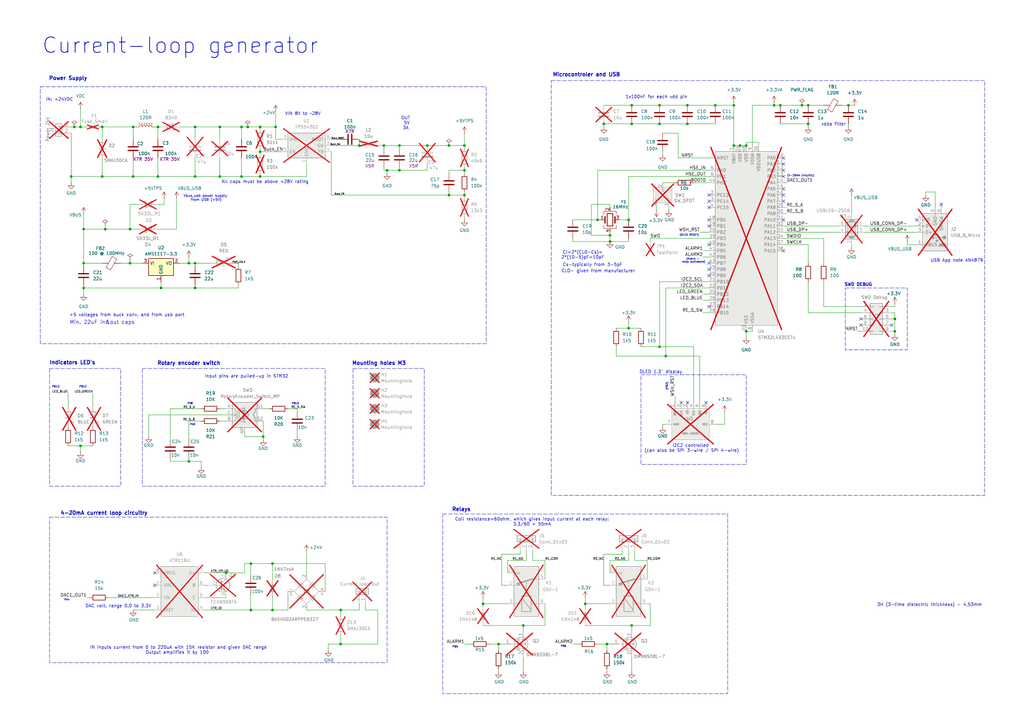
<source format=kicad_sch>
(kicad_sch (version 20231120) (generator "eeschema") (generator_version "8.0")
  (paper "A3")
  (title_block (title "Current Loop Generator") (date "2024-12-18") (rev "0.1") (company "Andrzej Kasica"))
  (lib_symbols
    (symbol "Connector:TestPoint" (pin_numbers hide) (pin_names (offset 0.762) hide)
      (property "Reference" "TP" (at 0 6.858 0))
      (property "Value" "TestPoint" (at 0 5.08 0))
      (symbol "TestPoint_1_1"
        (pin passive line (at 0 0 90) (length 2.54) (name "1") (number "1"))
      )
    )
    (symbol "Connector:USB_B_Micro" (pin_names (offset 1.016))
      (property "Reference" "J" (at -5.08 11.43 0))
      (property "Value" "USB_B_Micro" (at -5.08 8.89 0))
      (symbol "USB_B_Micro_1_1"
        (pin power_out line (at 7.62 5.08 180) (length 2.54) (name "VBUS") (number "1"))
        (pin bidirectional line (at 7.62 -2.54 180) (length 2.54) (name "D-") (number "2"))
        (pin bidirectional line (at 7.62 0 180) (length 2.54) (name "D+") (number "3"))
        (pin passive line (at 7.62 -5.08 180) (length 2.54) (name "ID") (number "4"))
        (pin power_out line (at 0 -10.16 90) (length 2.54) (name "GND") (number "5"))
        (pin passive line (at -2.54 -10.16 90) (length 2.54) (name "Shield") (number "6"))
      )
    )
    (symbol "Connector_Generic:Conn_01x02" (pin_names (offset 1.016) hide)
      (property "Reference" "J" (at 0 2.54 0))
      (property "Value" "Conn_01x02" (at 0 -5.08 0))
      (symbol "Conn_01x02_1_1"
        (pin passive line (at -5.08 0 0) (length 3.81) (name "Pin_1") (number "1"))
        (pin passive line (at -5.08 -2.54 0) (length 3.81) (name "Pin_2") (number "2"))
      )
    )
    (symbol "Connector_Generic:Conn_01x03" (pin_names (offset 1.016) hide)
      (property "Reference" "J" (at 0 5.08 0))
      (property "Value" "Conn_01x03" (at 0 -5.08 0))
      (symbol "Conn_01x03_1_1"
        (pin passive line (at -5.08 2.54 0) (length 3.81) (name "Pin_1") (number "1"))
        (pin passive line (at -5.08 0 0) (length 3.81) (name "Pin_2") (number "2"))
        (pin passive line (at -5.08 -2.54 0) (length 3.81) (name "Pin_3") (number "3"))
      )
    )
    (symbol "Connector_Generic:Conn_02x05_Odd_Even" (pin_names (offset 1.016) hide)
      (property "Reference" "J" (at 1.27 7.62 0))
      (property "Value" "Conn_02x05_Odd_Even" (at 1.27 -7.62 0))
      (symbol "Conn_02x05_Odd_Even_1_1"
        (pin passive line (at -5.08 5.08 0) (length 3.81) (name "Pin_1") (number "1"))
        (pin passive line (at 7.62 -5.08 180) (length 3.81) (name "Pin_10") (number "10"))
        (pin passive line (at 7.62 5.08 180) (length 3.81) (name "Pin_2") (number "2"))
        (pin passive line (at -5.08 2.54 0) (length 3.81) (name "Pin_3") (number "3"))
        (pin passive line (at 7.62 2.54 180) (length 3.81) (name "Pin_4") (number "4"))
        (pin passive line (at -5.08 0 0) (length 3.81) (name "Pin_5") (number "5"))
        (pin passive line (at 7.62 0 180) (length 3.81) (name "Pin_6") (number "6"))
        (pin passive line (at -5.08 -2.54 0) (length 3.81) (name "Pin_7") (number "7"))
        (pin passive line (at 7.62 -2.54 180) (length 3.81) (name "Pin_8") (number "8"))
        (pin passive line (at -5.08 -5.08 0) (length 3.81) (name "Pin_9") (number "9"))
      )
    )
    (symbol "Device:C" (pin_numbers hide) (pin_names (offset 0.254))
      (property "Reference" "C" (at 0.635 2.54 0))
      (property "Value" "C" (at 0.635 -2.54 0))
      (symbol "C_1_1"
        (pin passive line (at 0 3.81 270) (length 2.794) (name "~") (number "1"))
        (pin passive line (at 0 -3.81 90) (length 2.794) (name "~") (number "2"))
      )
    )
    (symbol "Device:C_Polarized" (pin_numbers hide) (pin_names (offset 0.254))
      (property "Reference" "C" (at 0.635 2.54 0))
      (property "Value" "C_Polarized" (at 0.635 -2.54 0))
      (symbol "C_Polarized_1_1"
        (pin passive line (at 0 3.81 270) (length 2.794) (name "~") (number "1"))
        (pin passive line (at 0 -3.81 90) (length 2.794) (name "~") (number "2"))
      )
    )
    (symbol "Device:Crystal_GND24" (pin_names (offset 1.016) hide)
      (property "Reference" "Y" (at 3.175 5.08 0))
      (property "Value" "Crystal_GND24" (at 3.175 3.175 0))
      (symbol "Crystal_GND24_1_1"
        (pin passive line (at -3.81 0 0) (length 1.27) (name "1") (number "1"))
        (pin passive line (at 0 5.08 270) (length 1.27) (name "2") (number "2"))
        (pin passive line (at 3.81 0 180) (length 1.27) (name "3") (number "3"))
        (pin passive line (at 0 -5.08 90) (length 1.27) (name "4") (number "4"))
      )
    )
    (symbol "Device:FerriteBead" (pin_numbers hide) (pin_names (offset 0))
      (property "Reference" "FB" (at -3.81 0.635 90))
      (property "Value" "FerriteBead" (at 3.81 0 90))
      (symbol "FerriteBead_1_1"
        (pin passive line (at 0 3.81 270) (length 2.54) (name "~") (number "1"))
        (pin passive line (at 0 -3.81 90) (length 2.54) (name "~") (number "2"))
      )
    )
    (symbol "Device:Fuse_Small" (pin_numbers hide) (pin_names (offset 0.254) hide)
      (property "Reference" "F" (at 0 -1.524 0))
      (property "Value" "Fuse_Small" (at 0 1.524 0))
      (symbol "Fuse_Small_1_1"
        (pin passive line (at -2.54 0 0) (length 1.27) (name "~") (number "1"))
        (pin passive line (at 2.54 0 180) (length 1.27) (name "~") (number "2"))
      )
    )
    (symbol "Device:LED" (pin_numbers hide) (pin_names (offset 1.016) hide)
      (property "Reference" "D" (at 0 2.54 0))
      (property "Value" "LED" (at 0 -2.54 0))
      (symbol "LED_1_1"
        (pin passive line (at -3.81 0 0) (length 2.54) (name "K") (number "1"))
        (pin passive line (at 3.81 0 180) (length 2.54) (name "A") (number "2"))
      )
    )
    (symbol "Device:L_Ferrite" (pin_numbers hide) (pin_names (offset 1.016) hide)
      (property "Reference" "L" (at -1.27 0 90))
      (property "Value" "L_Ferrite" (at 2.794 0 90))
      (symbol "L_Ferrite_1_1"
        (pin passive line (at 0 3.81 270) (length 1.27) (name "1") (number "1"))
        (pin passive line (at 0 -3.81 90) (length 1.27) (name "2") (number "2"))
      )
    )
    (symbol "Device:Q_NPN_BCE" (pin_names (offset 0) hide)
      (property "Reference" "Q" (at 5.08 1.27 0))
      (property "Value" "Q_NPN_BCE" (at 5.08 -1.27 0))
      (symbol "Q_NPN_BCE_1_1"
        (pin input line (at -5.08 0 0) (length 5.715) (name "B") (number "1"))
        (pin passive line (at 2.54 5.08 270) (length 2.54) (name "C") (number "2"))
        (pin passive line (at 2.54 -5.08 90) (length 2.54) (name "E") (number "3"))
      )
    )
    (symbol "Device:R" (pin_numbers hide) (pin_names (offset 0))
      (property "Reference" "R" (at 2.032 0 90))
      (property "Value" "R" (at 0 0 90))
      (symbol "R_1_1"
        (pin passive line (at 0 3.81 270) (length 1.27) (name "~") (number "1"))
        (pin passive line (at 0 -3.81 90) (length 1.27) (name "~") (number "2"))
      )
    )
    (symbol "Device:RotaryEncoder_Switch_MP" (pin_names (offset 0.254) hide)
      (property "Reference" "SW" (at 0 8.89 0))
      (property "Value" "RotaryEncoder_Switch_MP" (at 0 6.35 0))
      (symbol "RotaryEncoder_Switch_MP_1_1"
        (pin passive line (at -7.62 2.54 0) (length 2.54) (name "A") (number "A"))
        (pin passive line (at -7.62 -2.54 0) (length 2.54) (name "B") (number "B"))
        (pin passive line (at -7.62 0 0) (length 2.54) (name "C") (number "C"))
        (pin passive line (at 0 -7.62 90) (length 2.54) (name "MP") (number "MP"))
        (pin passive line (at 7.62 2.54 180) (length 2.54) (name "S1") (number "S1"))
        (pin passive line (at 7.62 -2.54 180) (length 2.54) (name "S2") (number "S2"))
      )
    )
    (symbol "Diode:1N4148" (pin_numbers hide) (pin_names hide)
      (property "Reference" "D" (at 0 2.54 0))
      (property "Value" "1N4148" (at 0 -2.54 0))
      (symbol "1N4148_1_1"
        (pin passive line (at -3.81 0 0) (length 2.54) (name "K") (number "1"))
        (pin passive line (at 3.81 0 180) (length 2.54) (name "A") (number "2"))
      )
    )
    (symbol "Diode:1N47xxA" (pin_numbers hide) (pin_names hide)
      (property "Reference" "D" (at 0 2.54 0))
      (property "Value" "1N47xxA" (at 0 -2.54 0))
      (symbol "1N47xxA_1_1"
        (pin passive line (at -3.81 0 0) (length 2.54) (name "K") (number "1"))
        (pin passive line (at 3.81 0 180) (length 2.54) (name "A") (number "2"))
      )
    )
    (symbol "Diode:B340" (pin_numbers hide) (pin_names (offset 1.016) hide)
      (property "Reference" "D" (at 0 2.54 0))
      (property "Value" "B340" (at 0 -2.54 0))
      (symbol "B340_1_1"
        (pin passive line (at -3.81 0 0) (length 2.54) (name "K") (number "1"))
        (pin passive line (at 3.81 0 180) (length 2.54) (name "A") (number "2"))
      )
    )
    (symbol "Diode:SMAJ30CA" (pin_numbers hide) (pin_names (offset 1.016) hide)
      (property "Reference" "D" (at 0 2.54 0))
      (property "Value" "SMAJ30CA" (at 0 -2.54 0))
      (symbol "SMAJ30CA_1_1"
        (pin passive line (at -3.81 0 0) (length 2.54) (name "A1") (number "1"))
        (pin passive line (at 3.81 0 180) (length 2.54) (name "A2") (number "2"))
      )
    )
    (symbol "Diode_Bridge:B500C2300-1500A" (pin_names (offset 0))
      (property "Reference" "D" (at 2.54 6.985 0))
      (property "Value" "B500C2300-1500A" (at 2.54 5.08 0))
      (symbol "B500C2300-1500A_1_1"
        (pin passive line (at -7.62 0 0) (length 2.54) (name "-") (number "1"))
        (pin passive line (at 0 7.62 270) (length 2.54) (name "~") (number "2"))
        (pin passive line (at 0 -7.62 90) (length 2.54) (name "~") (number "3"))
        (pin passive line (at 7.62 0 180) (length 2.54) (name "+") (number "4"))
      )
    )
    (symbol "Interface_CurrentLoop:XTR116U" (pin_names (offset 1.016))
      (property "Reference" "U" (at -7.62 13.97 0))
      (property "Value" "XTR116U" (at 1.27 13.97 0))
      (symbol "XTR116U_1_1"
        (pin output line (at -10.16 5.08 0) (length 2.54) (name "VREF") (number "1"))
        (pin input line (at -10.16 0 0) (length 2.54) (name "IIN") (number "2"))
        (pin input line (at -10.16 -5.08 0) (length 2.54) (name "IRET") (number "3"))
        (pin passive line (at 10.16 -5.08 180) (length 2.54) (name "IO") (number "4"))
        (pin passive line (at 10.16 0 180) (length 2.54) (name "E") (number "5"))
        (pin output line (at 10.16 5.08 180) (length 2.54) (name "B") (number "6"))
        (pin output line (at 10.16 10.16 180) (length 2.54) (name "V+") (number "7"))
        (pin output line (at -10.16 10.16 0) (length 2.54) (name "VREG") (number "8"))
      )
    )
    (symbol "MCU_ST_STM32L4:STM32L433CCTx"
      (property "Reference" "U" (at -12.7 36.83 0))
      (property "Value" "STM32L433CCTx" (at 7.62 36.83 0))
      (symbol "STM32L433CCTx_1_1"
        (pin power_in line (at -5.08 38.1 270) (length 2.54) (name "VBAT") (number "1"))
        (pin bidirectional line (at 15.24 33.02 180) (length 2.54) (name "PA0") (number "10"))
        (pin bidirectional line (at 15.24 30.48 180) (length 2.54) (name "PA1") (number "11"))
        (pin bidirectional line (at 15.24 27.94 180) (length 2.54) (name "PA2") (number "12"))
        (pin bidirectional line (at 15.24 25.4 180) (length 2.54) (name "PA3") (number "13"))
        (pin bidirectional line (at 15.24 22.86 180) (length 2.54) (name "PA4") (number "14"))
        (pin bidirectional line (at 15.24 20.32 180) (length 2.54) (name "PA5") (number "15"))
        (pin bidirectional line (at 15.24 17.78 180) (length 2.54) (name "PA6") (number "16"))
        (pin bidirectional line (at 15.24 15.24 180) (length 2.54) (name "PA7") (number "17"))
        (pin bidirectional line (at -15.24 7.62 0) (length 2.54) (name "PB0") (number "18"))
        (pin bidirectional line (at -15.24 5.08 0) (length 2.54) (name "PB1") (number "19"))
        (pin bidirectional line (at -15.24 17.78 0) (length 2.54) (name "PC13") (number "2"))
        (pin bidirectional line (at -15.24 2.54 0) (length 2.54) (name "PB2") (number "20"))
        (pin bidirectional line (at -15.24 -17.78 0) (length 2.54) (name "PB10") (number "21"))
        (pin bidirectional line (at -15.24 -20.32 0) (length 2.54) (name "PB11") (number "22"))
        (pin power_in line (at 0 -38.1 90) (length 2.54) (name "VSS") (number "23"))
        (pin power_in line (at -2.54 38.1 270) (length 2.54) (name "VDD") (number "24"))
        (pin bidirectional line (at -15.24 -22.86 0) (length 2.54) (name "PB12") (number "25"))
        (pin bidirectional line (at -15.24 -25.4 0) (length 2.54) (name "PB13") (number "26"))
        (pin bidirectional line (at -15.24 -27.94 0) (length 2.54) (name "PB14") (number "27"))
        (pin bidirectional line (at -15.24 -30.48 0) (length 2.54) (name "PB15") (number "28"))
        (pin bidirectional line (at 15.24 12.7 180) (length 2.54) (name "PA8") (number "29"))
        (pin bidirectional line (at -15.24 15.24 0) (length 2.54) (name "PC14") (number "3"))
        (pin bidirectional line (at 15.24 10.16 180) (length 2.54) (name "PA9") (number "30"))
        (pin bidirectional line (at 15.24 7.62 180) (length 2.54) (name "PA10") (number "31"))
        (pin bidirectional line (at 15.24 5.08 180) (length 2.54) (name "PA11") (number "32"))
        (pin bidirectional line (at 15.24 2.54 180) (length 2.54) (name "PA12") (number "33"))
        (pin bidirectional line (at 15.24 0 180) (length 2.54) (name "PA13") (number "34"))
        (pin passive line (at 0 -38.1 90) (length 2.54) hide (name "VSS") (number "35"))
        (pin power_in line (at 5.08 38.1 270) (length 2.54) (name "VDDUSB") (number "36"))
        (pin bidirectional line (at 15.24 -2.54 180) (length 2.54) (name "PA14") (number "37"))
        (pin bidirectional line (at 15.24 -5.08 180) (length 2.54) (name "PA15") (number "38"))
        (pin bidirectional line (at -15.24 0 0) (length 2.54) (name "PB3") (number "39"))
        (pin bidirectional line (at -15.24 12.7 0) (length 2.54) (name "PC15") (number "4"))
        (pin bidirectional line (at -15.24 -2.54 0) (length 2.54) (name "PB4") (number "40"))
        (pin bidirectional line (at -15.24 -5.08 0) (length 2.54) (name "PB5") (number "41"))
        (pin bidirectional line (at -15.24 -7.62 0) (length 2.54) (name "PB6") (number "42"))
        (pin bidirectional line (at -15.24 -10.16 0) (length 2.54) (name "PB7") (number "43"))
        (pin bidirectional line (at -15.24 22.86 0) (length 2.54) (name "PH3") (number "44"))
        (pin bidirectional line (at -15.24 -12.7 0) (length 2.54) (name "PB8") (number "45"))
        (pin bidirectional line (at -15.24 -15.24 0) (length 2.54) (name "PB9") (number "46"))
        (pin passive line (at 0 -38.1 90) (length 2.54) hide (name "VSS") (number "47"))
        (pin power_in line (at 0 38.1 270) (length 2.54) (name "VDD") (number "48"))
        (pin bidirectional line (at -15.24 27.94 0) (length 2.54) (name "PH0") (number "5"))
        (pin bidirectional line (at -15.24 25.4 0) (length 2.54) (name "PH1") (number "6"))
        (pin input line (at -15.24 33.02 0) (length 2.54) (name "NRST") (number "7"))
        (pin power_in line (at 2.54 -38.1 90) (length 2.54) (name "VSSA") (number "8"))
        (pin power_in line (at 2.54 38.1 270) (length 2.54) (name "VDDA") (number "9"))
      )
    )
    (symbol "Mechanical:MountingHole" (pin_names (offset 1.016)) (exclude_from_sim yes) (in_bom no)
      (property "Reference" "H" (at 0 5.08 0))
      (property "Value" "MountingHole" (at 0 3.175 0))
    )
    (symbol "Power_Protection:USBLC6-2SC6" (pin_names hide)
      (property "Reference" "U" (at 0.635 5.715 0))
      (property "Value" "USBLC6-2SC6" (at 0.635 3.81 0))
      (symbol "USBLC6-2SC6_1_1"
        (pin passive line (at -5.08 0 0) (length 2.54) (name "I/O1") (number "1"))
        (pin passive line (at 0 -7.62 90) (length 2.54) (name "GND") (number "2"))
        (pin passive line (at -5.08 -2.54 0) (length 2.54) (name "I/O2") (number "3"))
        (pin passive line (at 5.08 -2.54 180) (length 2.54) (name "I/O2") (number "4"))
        (pin passive line (at 0 5.08 270) (length 2.54) (name "VBUS") (number "5"))
        (pin passive line (at 5.08 0 180) (length 2.54) (name "I/O1") (number "6"))
      )
    )
    (symbol "Regulator_Linear:AMS1117-3.3"
      (property "Reference" "U" (at -3.81 3.175 0))
      (property "Value" "AMS1117-3.3" (at 0 3.175 0))
      (symbol "AMS1117-3.3_1_1"
        (pin power_in line (at 0 -7.62 90) (length 2.54) (name "GND") (number "1"))
        (pin power_out line (at 7.62 0 180) (length 2.54) (name "VO") (number "2"))
        (pin power_in line (at -7.62 0 0) (length 2.54) (name "VI") (number "3"))
      )
    )
    (symbol "Regulator_Switching:TPS54302"
      (property "Reference" "U" (at -7.62 6.35 0))
      (property "Value" "TPS54302" (at 0 6.35 0))
      (symbol "TPS54302_1_1"
        (pin power_in line (at 0 -7.62 90) (length 2.54) (name "GND") (number "1"))
        (pin power_out line (at 10.16 0 180) (length 2.54) (name "SW") (number "2"))
        (pin power_in line (at -10.16 2.54 0) (length 2.54) (name "VIN") (number "3"))
        (pin input line (at 10.16 -2.54 180) (length 2.54) (name "FB") (number "4"))
        (pin input line (at -10.16 -2.54 0) (length 2.54) (name "EN") (number "5"))
        (pin passive line (at 10.16 2.54 180) (length 2.54) (name "BOOT") (number "6"))
      )
    )
    (symbol "Relay:G5V-1"
      (property "Reference" "K" (at 11.43 3.81 0))
      (property "Value" "G5V-1" (at 11.43 1.27 0))
      (symbol "G5V-1_1_1"
        (pin passive line (at 2.54 7.62 270) (length 2.54) (name "~") (number "1"))
        (pin passive line (at 7.62 7.62 270) (length 2.54) (name "~") (number "10"))
        (pin passive line (at -5.08 7.62 270) (length 2.54) (name "~") (number "2"))
        (pin passive line (at 5.08 -7.62 90) (length 2.54) (name "~") (number "5"))
        (pin passive line (at 5.08 -7.62 90) (length 2.54) hide (name "~") (number "6"))
        (pin passive line (at -5.08 -7.62 90) (length 2.54) (name "~") (number "9"))
      )
    )
    (symbol "Switch:SW_SPDT" (pin_names (offset 0) hide)
      (property "Reference" "SW" (at 0 5.08 0))
      (property "Value" "SW_SPDT" (at 0 -5.08 0))
      (symbol "SW_SPDT_1_1"
        (pin passive line (at 5.08 2.54 180) (length 2.54) (name "A") (number "1"))
        (pin passive line (at -5.08 0 0) (length 2.54) (name "B") (number "2"))
        (pin passive line (at 5.08 -2.54 180) (length 2.54) (name "C") (number "3"))
      )
    )
    (symbol "Transistor_FET:DMN67D7L" (pin_names hide)
      (property "Reference" "Q" (at 5.08 1.905 0))
      (property "Value" "DMN67D7L" (at 5.08 0 0))
      (symbol "DMN67D7L_1_1"
        (pin input line (at -5.08 0 0) (length 2.54) (name "G") (number "1"))
        (pin passive line (at 2.54 -5.08 90) (length 2.54) (name "S") (number "2"))
        (pin passive line (at 2.54 5.08 270) (length 2.54) (name "D") (number "3"))
      )
    )
    (symbol "WSH-10451_1"
      (property "Reference" "U?" (at 0 0.254 0))
      (property "Value" "WSH-10451" (at 2.032 -2.032 0))
      (symbol "WSH-10451_1_1_1"
        (pin passive line (at -8.89 -5.08 0) (length 2.54) (name "RES") (number "1"))
        (pin passive line (at -8.89 -2.54 0) (length 2.54) (name "D/C") (number "2"))
        (pin passive line (at -8.89 0 0) (length 2.54) (name "CS") (number "3"))
        (pin passive line (at -8.89 2.54 0) (length 2.54) (name "CLK") (number "4"))
        (pin passive line (at -8.89 5.08 0) (length 2.54) (name "DIN") (number "5"))
        (pin passive line (at -8.89 7.62 0) (length 2.54) (name "NC") (number "6"))
        (pin power_in line (at 0 -8.89 90) (length 2.54) (name "GND") (number "7"))
        (pin power_in line (at 0 11.43 270) (length 2.54) (name "VCC") (number "8"))
      )
    )
    (symbol "power:+24V" (power) (pin_numbers hide) (pin_names (offset 0) hide)
      (property "Value" "+24V" (at 0 3.556 0))
      (symbol "+24V_1_1"
        (pin power_in line (at 0 0 90) (length 0) (name "~") (number "1"))
      )
    )
    (symbol "power:+3.3V" (power) (pin_numbers hide) (pin_names (offset 0) hide)
      (property "Value" "+3.3V" (at 0 3.556 0))
      (symbol "+3.3V_1_1"
        (pin power_in line (at 0 0 90) (length 0) (name "~") (number "1"))
      )
    )
    (symbol "power:+3.3VA" (power) (pin_numbers hide) (pin_names (offset 0) hide)
      (property "Value" "+3.3VA" (at 0 3.556 0))
      (symbol "+3.3VA_1_1"
        (pin power_in line (at 0 0 90) (length 0) (name "~") (number "1"))
      )
    )
    (symbol "power:+5V" (power) (pin_numbers hide) (pin_names (offset 0) hide)
      (property "Value" "+5V" (at 0 3.556 0))
      (symbol "+5V_1_1"
        (pin power_in line (at 0 0 90) (length 0) (name "~") (number "1"))
      )
    )
    (symbol "power:GND" (power) (pin_numbers hide) (pin_names (offset 0) hide)
      (property "Value" "GND" (at 0 -3.81 0))
      (symbol "GND_1_1"
        (pin power_in line (at 0 0 270) (length 0) (name "~") (number "1"))
      )
    )
    (symbol "power:PWR_FLAG" (power) (pin_numbers hide) (pin_names (offset 0) hide)
      (property "Value" "PWR_FLAG" (at 0 3.81 0))
      (symbol "PWR_FLAG_0_0"
        (pin power_out line (at 0 0 90) (length 0) (name "~") (number "1"))
      )
    )
    (symbol "power:VBUS" (power) (pin_numbers hide) (pin_names (offset 0) hide)
      (property "Value" "VBUS" (at 0 3.556 0))
      (symbol "VBUS_1_1"
        (pin power_in line (at 0 0 90) (length 0) (name "~") (number "1"))
      )
    )
    (symbol "power:VDC" (power) (pin_numbers hide) (pin_names (offset 0) hide)
      (property "Value" "VDC" (at 0 3.556 0))
      (symbol "VDC_1_1"
        (pin power_in line (at 0 0 90) (length 0) (name "~") (number "1"))
      )
    )
  )
  (junction (at 273.05 146.05))
  (junction (at 163.83 59.69))
  (junction (at 250.19 99.06))
  (junction (at 257.81 134.62))
  (junction (at 163.83 69.85))
  (junction (at 259.08 256.54))
  (junction (at 270.51 43.18))
  (junction (at 247.65 50.8))
  (junction (at 198.12 247.65))
  (junction (at 281.94 50.8))
  (junction (at 184.15 80.01))
  (junction (at 41.91 72.39))
  (junction (at 250.19 96.52))
  (junction (at 320.04 43.18))
  (junction (at 43.18 93.98))
  (junction (at 80.01 118.11))
  (junction (at 259.08 50.8))
  (junction (at 113.03 52.07))
  (junction (at 53.34 107.95))
  (junction (at 367.03 135.89))
  (junction (at 347.98 43.18))
  (junction (at 204.47 264.16))
  (junction (at 293.37 43.18))
  (junction (at 317.5 43.18))
  (junction (at 281.94 43.18))
  (junction (at 139.7 250.19))
  (junction (at 306.07 59.69))
  (junction (at 34.29 107.95))
  (junction (at 30.48 52.07))
  (junction (at 158.75 69.85))
  (junction (at 54.61 72.39))
  (junction (at 240.03 247.65))
  (junction (at 257.81 90.17))
  (junction (at 367.03 130.81))
  (junction (at 99.06 52.07))
  (junction (at 306.07 135.89))
  (junction (at 214.63 256.54))
  (junction (at 101.6 52.07))
  (junction (at 29.21 72.39))
  (junction (at 303.53 59.69))
  (junction (at 80.01 72.39))
  (junction (at 33.02 182.88))
  (junction (at 80.01 52.07))
  (junction (at 34.29 93.98))
  (junction (at 328.93 43.18))
  (junction (at 106.68 72.39))
  (junction (at 259.08 43.18))
  (junction (at 64.77 52.07))
  (junction (at 111.76 231.14))
  (junction (at 107.95 179.07))
  (junction (at 33.02 52.07))
  (junction (at 77.47 107.95))
  (junction (at 190.5 59.69))
  (junction (at 147.32 59.69))
  (junction (at 102.87 250.19))
  (junction (at 92.71 234.95))
  (junction (at 90.17 72.39))
  (junction (at 331.47 43.18))
  (junction (at 270.51 50.8))
  (junction (at 184.15 59.69))
  (junction (at 175.26 59.69))
  (junction (at 139.7 264.16))
  (junction (at 300.99 43.18))
  (junction (at 99.06 72.39))
  (junction (at 102.87 231.14))
  (junction (at 64.77 72.39))
  (junction (at 66.04 118.11))
  (junction (at 300.99 59.69))
  (junction (at 106.68 52.07))
  (junction (at 331.47 50.8))
  (junction (at 270.51 142.24))
  (junction (at 90.17 52.07))
  (junction (at 248.92 264.16))
  (junction (at 111.76 250.19))
  (junction (at 77.47 189.23))
  (junction (at 157.48 59.69))
  (junction (at 54.61 52.07))
  (junction (at 80.01 107.95))
  (junction (at 34.29 118.11))
  (junction (at 190.5 69.85))
  (junction (at 41.91 52.07))
  (junction (at 53.34 93.98))
  (junction (at 245.11 90.17))
  (junction (at 106.68 62.23))
  (junction (at 190.5 80.01))
  (no_connect (at 290.83 90.17))
  (no_connect (at 321.31 69.85))
  (no_connect (at 289.56 165.1))
  (no_connect (at 290.83 82.55))
  (no_connect (at 321.31 102.87))
  (no_connect (at 279.4 165.1))
  (no_connect (at 353.06 133.35))
  (no_connect (at 321.31 67.31))
  (no_connect (at 290.83 107.95))
  (no_connect (at 321.31 90.17))
  (no_connect (at 386.08 83.82))
  (no_connect (at 353.06 130.81))
  (no_connect (at 321.31 72.39))
  (no_connect (at 290.83 113.03))
  (no_connect (at 290.83 80.01))
  (no_connect (at 290.83 100.33))
  (no_connect (at 365.76 133.35))
  (no_connect (at 321.31 77.47))
  (no_connect (at 321.31 80.01))
  (no_connect (at 281.94 165.1))
  (no_connect (at 321.31 82.55))
  (no_connect (at 63.5 240.03))
  (no_connect (at 63.5 234.95))
  (no_connect (at 290.83 110.49))
  (no_connect (at 290.83 92.71))
  (no_connect (at 375.92 90.17))
  (no_connect (at 321.31 64.77))
  (no_connect (at 290.83 85.09))
  (no_connect (at 290.83 125.73))
  (wire (pts (xy 247.65 227.33) (xy 255.27 227.33)))
  (wire (pts (xy 60.96 170.18) (xy 92.71 170.18)))
  (wire (pts (xy 33.02 44.45) (xy 33.02 52.07)))
  (wire (pts (xy 90.17 72.39) (xy 99.06 72.39)))
  (wire (pts (xy 77.47 172.72) (xy 82.55 172.72)))
  (wire (pts (xy 331.47 43.18) (xy 337.82 43.18)))
  (wire (pts (xy 80.01 72.39) (xy 90.17 72.39)))
  (wire (pts (xy 273.05 118.11) (xy 273.05 146.05)))
  (wire (pts (xy 300.99 43.18) (xy 300.99 59.69)))
  (wire (pts (xy 257.81 132.08) (xy 257.81 134.62)))
  (wire (pts (xy 66.04 118.11) (xy 80.01 118.11)))
  (wire (pts (xy 269.24 86.36) (xy 269.24 85.09)))
  (wire (pts (xy 118.11 167.64) (xy 121.92 167.64)))
  (wire (pts (xy 198.12 256.54) (xy 214.63 256.54)))
  (wire (pts (xy 248.92 264.16) (xy 251.46 264.16)))
  (wire (pts (xy 34.29 118.11) (xy 66.04 118.11)))
  (wire (pts (xy 317.5 43.18) (xy 320.04 43.18)))
  (wire (pts (xy 308.61 59.69) (xy 308.61 43.18)))
  (wire (pts (xy 255.27 226.06) (xy 255.27 227.33)))
  (wire (pts (xy 175.26 69.85) (xy 163.83 69.85)))
  (wire (pts (xy 190.5 60.96) (xy 190.5 59.69)))
  (wire (pts (xy 254 90.17) (xy 257.81 90.17)))
  (wire (pts (xy 135.89 62.23) (xy 135.89 80.01)))
  (wire (pts (xy 320.04 43.18) (xy 328.93 43.18)))
  (wire (pts (xy 106.68 62.23) (xy 115.57 62.23)))
  (wire (pts (xy 175.26 59.69) (xy 184.15 59.69)))
  (wire (pts (xy 184.15 69.85) (xy 190.5 69.85)))
  (wire (pts (xy 190.5 90.17) (xy 190.5 88.9)))
  (wire (pts (xy 321.31 97.79) (xy 337.82 97.79)))
  (wire (pts (xy 102.87 231.14) (xy 111.76 231.14)))
  (wire (pts (xy 204.47 275.59) (xy 204.47 274.32)))
  (wire (pts (xy 257.81 99.06) (xy 257.81 97.79)))
  (wire (pts (xy 83.82 234.95) (xy 92.71 234.95)))
  (wire (pts (xy 147.32 57.15) (xy 147.32 59.69)))
  (wire (pts (xy 139.7 260.35) (xy 139.7 264.16)))
  (wire (pts (xy 252.73 146.05) (xy 273.05 146.05)))
  (wire (pts (xy 77.47 107.95) (xy 80.01 107.95)))
  (wire (pts (xy 133.35 231.14) (xy 111.76 231.14)))
  (wire (pts (xy 29.21 72.39) (xy 41.91 72.39)))
  (wire (pts (xy 288.29 102.87) (xy 290.83 102.87)))
  (wire (pts (xy 40.64 52.07) (xy 41.91 52.07)))
  (wire (pts (xy 118.11 250.19) (xy 111.76 250.19)))
  (wire (pts (xy 118.11 242.57) (xy 118.11 250.19)))
  (wire (pts (xy 100.33 234.95) (xy 92.71 234.95)))
  (wire (pts (xy 34.29 93.98) (xy 43.18 93.98)))
  (wire (pts (xy 273.05 118.11) (xy 290.83 118.11)))
  (wire (pts (xy 383.54 78.74) (xy 383.54 85.09)))
  (wire (pts (xy 113.03 45.72) (xy 113.03 52.07)))
  (wire (pts (xy 139.7 252.73) (xy 139.7 250.19)))
  (wire (pts (xy 64.77 52.07) (xy 64.77 57.15)))
  (wire (pts (xy 198.12 248.92) (xy 198.12 247.65)))
  (wire (pts (xy 300.99 41.91) (xy 300.99 43.18)))
  (wire (pts (xy 106.68 72.39) (xy 125.73 72.39)))
  (wire (pts (xy 106.68 52.07) (xy 106.68 53.34)))
  (wire (pts (xy 288.29 105.41) (xy 290.83 105.41)))
  (wire (pts (xy 69.85 189.23) (xy 69.85 187.96)))
  (wire (pts (xy 38.1 161.29) (xy 38.1 166.37)))
  (wire (pts (xy 250.19 234.95) (xy 250.19 229.87)))
  (wire (pts (xy 250.19 99.06) (xy 257.81 99.06)))
  (wire (pts (xy 259.08 275.59) (xy 259.08 269.24)))
  (wire (pts (xy 337.82 107.95) (xy 337.82 97.79)))
  (wire (pts (xy 33.02 182.88) (xy 38.1 182.88)))
  (wire (pts (xy 234.95 264.16) (xy 237.49 264.16)))
  (wire (pts (xy 365.76 128.27) (xy 367.03 128.27)))
  (wire (pts (xy 250.19 85.09) (xy 250.19 83.82)))
  (wire (pts (xy 53.34 107.95) (xy 58.42 107.95)))
  (wire (pts (xy 64.77 64.77) (xy 64.77 72.39)))
  (wire (pts (xy 345.44 43.18) (xy 347.98 43.18)))
  (wire (pts (xy 82.55 189.23) (xy 82.55 191.77)))
  (wire (pts (xy 93.98 107.95) (xy 97.79 107.95)))
  (wire (pts (xy 113.03 52.07) (xy 113.03 57.15)))
  (wire (pts (xy 158.75 71.12) (xy 158.75 69.85)))
  (wire (pts (xy 133.35 242.57) (xy 133.35 231.14)))
  (wire (pts (xy 297.18 168.91) (xy 297.18 173.99)))
  (wire (pts (xy 214.63 259.08) (xy 214.63 256.54)))
  (wire (pts (xy 54.61 64.77) (xy 54.61 72.39)))
  (wire (pts (xy 367.03 128.27) (xy 367.03 130.81)))
  (wire (pts (xy 77.47 189.23) (xy 77.47 187.96)))
  (wire (pts (xy 354.33 95.25) (xy 375.92 95.25)))
  (wire (pts (xy 190.5 54.61) (xy 190.5 59.69)))
  (wire (pts (xy 372.11 99.06) (xy 372.11 100.33)))
  (wire (pts (xy 80.01 116.84) (xy 80.01 118.11)))
  (wire (pts (xy 259.08 259.08) (xy 259.08 256.54)))
  (wire (pts (xy 270.51 50.8) (xy 281.94 50.8)))
  (wire (pts (xy 247.65 50.8) (xy 259.08 50.8)))
  (wire (pts (xy 54.61 52.07) (xy 55.88 52.07)))
  (wire (pts (xy 274.32 86.36) (xy 274.32 85.09)))
  (wire (pts (xy 102.87 236.22) (xy 102.87 231.14)))
  (wire (pts (xy 372.11 100.33) (xy 375.92 100.33)))
  (wire (pts (xy 245.11 69.85) (xy 245.11 90.17)))
  (wire (pts (xy 270.51 115.57) (xy 270.51 142.24)))
  (wire (pts (xy 308.61 43.18) (xy 317.5 43.18)))
  (wire (pts (xy 107.95 167.64) (xy 110.49 167.64)))
  (wire (pts (xy 27.94 161.29) (xy 27.94 166.37)))
  (wire (pts (xy 100.33 231.14) (xy 100.33 234.95)))
  (wire (pts (xy 100.33 179.07) (xy 107.95 179.07)))
  (wire (pts (xy 190.5 80.01) (xy 190.5 78.74)))
  (wire (pts (xy 240.03 247.65) (xy 250.19 247.65)))
  (wire (pts (xy 135.89 80.01) (xy 184.15 80.01)))
  (wire (pts (xy 106.68 63.5) (xy 106.68 62.23)))
  (wire (pts (xy 139.7 250.19) (xy 147.32 250.19)))
  (wire (pts (xy 331.47 128.27) (xy 353.06 128.27)))
  (wire (pts (xy 53.34 106.68) (xy 53.34 107.95)))
  (wire (pts (xy 234.95 99.06) (xy 250.19 99.06)))
  (wire (pts (xy 107.95 172.72) (xy 107.95 179.07)))
  (wire (pts (xy 30.48 52.07) (xy 33.02 52.07)))
  (wire (pts (xy 349.25 100.33) (xy 349.25 101.6)))
  (wire (pts (xy 270.51 43.18) (xy 281.94 43.18)))
  (wire (pts (xy 27.94 175.26) (xy 27.94 173.99)))
  (wire (pts (xy 223.52 247.65) (xy 223.52 256.54)))
  (wire (pts (xy 337.82 125.73) (xy 353.06 125.73)))
  (wire (pts (xy 54.61 250.19) (xy 63.5 250.19)))
  (wire (pts (xy 72.39 93.98) (xy 64.77 93.98)))
  (wire (pts (xy 154.94 59.69) (xy 157.48 59.69)))
  (wire (pts (xy 34.29 93.98) (xy 34.29 107.95)))
  (wire (pts (xy 223.52 237.49) (xy 223.52 229.87)))
  (wire (pts (xy 134.62 264.16) (xy 139.7 264.16)))
  (wire (pts (xy 271.78 175.26) (xy 271.78 173.99)))
  (wire (pts (xy 80.01 52.07) (xy 80.01 57.15)))
  (wire (pts (xy 29.21 52.07) (xy 30.48 52.07)))
  (wire (pts (xy 367.03 135.89) (xy 365.76 135.89)))
  (wire (pts (xy 69.85 167.64) (xy 69.85 180.34)))
  (wire (pts (xy 80.01 52.07) (xy 90.17 52.07)))
  (wire (pts (xy 250.19 240.03) (xy 247.65 240.03)))
  (wire (pts (xy 240.03 256.54) (xy 259.08 256.54)))
  (wire (pts (xy 66.04 115.57) (xy 66.04 118.11)))
  (wire (pts (xy 139.7 264.16) (xy 154.94 264.16)))
  (wire (pts (xy 154.94 250.19) (xy 149.86 250.19)))
  (wire (pts (xy 106.68 72.39) (xy 106.68 71.12)))
  (wire (pts (xy 157.48 69.85) (xy 158.75 69.85)))
  (wire (pts (xy 190.5 69.85) (xy 190.5 71.12)))
  (wire (pts (xy 41.91 72.39) (xy 54.61 72.39)))
  (wire (pts (xy 248.92 275.59) (xy 248.92 274.32)))
  (wire (pts (xy 367.03 135.89) (xy 367.03 137.16)))
  (wire (pts (xy 262.89 134.62) (xy 257.81 134.62)))
  (wire (pts (xy 204.47 266.7) (xy 204.47 264.16)))
  (wire (pts (xy 271.78 54.61) (xy 278.13 54.61)))
  (wire (pts (xy 83.82 250.19) (xy 102.87 250.19)))
  (wire (pts (xy 35.56 245.11) (xy 36.83 245.11)))
  (wire (pts (xy 347.98 50.8) (xy 347.98 52.07)))
  (wire (pts (xy 284.48 142.24) (xy 270.51 142.24)))
  (wire (pts (xy 265.43 229.87) (xy 260.35 229.87)))
  (wire (pts (xy 100.33 179.07) (xy 100.33 177.8)))
  (wire (pts (xy 106.68 60.96) (xy 106.68 62.23)))
  (wire (pts (xy 311.15 58.42) (xy 306.07 58.42)))
  (wire (pts (xy 386.08 83.82) (xy 386.08 85.09)))
  (wire (pts (xy 72.39 81.28) (xy 72.39 93.98)))
  (wire (pts (xy 247.65 43.18) (xy 259.08 43.18)))
  (wire (pts (xy 250.19 83.82) (xy 242.57 83.82)))
  (wire (pts (xy 198.12 245.11) (xy 198.12 247.65)))
  (wire (pts (xy 41.91 52.07) (xy 54.61 52.07)))
  (wire (pts (xy 287.02 146.05) (xy 273.05 146.05)))
  (wire (pts (xy 266.7 256.54) (xy 259.08 256.54)))
  (wire (pts (xy 383.54 78.74) (xy 379.73 78.74)))
  (wire (pts (xy 367.03 130.81) (xy 365.76 130.81)))
  (wire (pts (xy 157.48 69.85) (xy 157.48 68.58)))
  (wire (pts (xy 234.95 90.17) (xy 245.11 90.17)))
  (wire (pts (xy 80.01 107.95) (xy 86.36 107.95)))
  (wire (pts (xy 77.47 107.95) (xy 77.47 105.41)))
  (wire (pts (xy 49.53 107.95) (xy 53.34 107.95)))
  (wire (pts (xy 259.08 50.8) (xy 270.51 50.8)))
  (wire (pts (xy 97.79 107.95) (xy 97.79 109.22)))
  (wire (pts (xy 44.45 245.11) (xy 63.5 245.11)))
  (wire (pts (xy 215.9 229.87) (xy 215.9 226.06)))
  (wire (pts (xy 80.01 118.11) (xy 97.79 118.11)))
  (wire (pts (xy 121.92 176.53) (xy 121.92 179.07)))
  (wire (pts (xy 245.11 69.85) (xy 290.83 69.85)))
  (wire (pts (xy 367.03 130.81) (xy 367.03 135.89)))
  (wire (pts (xy 190.5 80.01) (xy 190.5 81.28)))
  (wire (pts (xy 379.73 78.74) (xy 379.73 80.01)))
  (wire (pts (xy 281.94 50.8) (xy 293.37 50.8)))
  (wire (pts (xy 106.68 52.07) (xy 113.03 52.07)))
  (wire (pts (xy 223.52 229.87) (xy 218.44 229.87)))
  (wire (pts (xy 367.03 124.46) (xy 367.03 125.73)))
  (wire (pts (xy 125.73 250.19) (xy 139.7 250.19)))
  (wire (pts (xy 331.47 128.27) (xy 331.47 115.57)))
  (wire (pts (xy 190.5 68.58) (xy 190.5 69.85)))
  (wire (pts (xy 247.65 240.03) (xy 247.65 227.33)))
  (wire (pts (xy 200.66 264.16) (xy 204.47 264.16)))
  (wire (pts (xy 284.48 74.93) (xy 290.83 74.93)))
  (wire (pts (xy 290.83 97.79) (xy 266.7 97.79)))
  (wire (pts (xy 69.85 167.64) (xy 82.55 167.64)))
  (wire (pts (xy 240.03 245.11) (xy 240.03 247.65)))
  (wire (pts (xy 80.01 64.77) (xy 80.01 72.39)))
  (wire (pts (xy 73.66 52.07) (xy 80.01 52.07)))
  (wire (pts (xy 90.17 52.07) (xy 99.06 52.07)))
  (wire (pts (xy 184.15 78.74) (xy 184.15 80.01)))
  (wire (pts (xy 287.02 146.05) (xy 287.02 165.1)))
  (wire (pts (xy 154.94 264.16) (xy 154.94 250.19)))
  (wire (pts (xy 198.12 247.65) (xy 208.28 247.65)))
  (wire (pts (xy 278.13 54.61) (xy 278.13 64.77)))
  (wire (pts (xy 54.61 57.15) (xy 54.61 52.07)))
  (wire (pts (xy 83.82 245.11) (xy 92.71 245.11)))
  (wire (pts (xy 306.07 135.89) (xy 308.61 135.89)))
  (wire (pts (xy 60.96 170.18) (xy 60.96 179.07)))
  (wire (pts (xy 34.29 107.95) (xy 41.91 107.95)))
  (wire (pts (xy 265.43 237.49) (xy 265.43 229.87)))
  (wire (pts (xy 34.29 107.95) (xy 34.29 109.22)))
  (wire (pts (xy 90.17 172.72) (xy 92.71 172.72)))
  (wire (pts (xy 121.92 168.91) (xy 121.92 167.64)))
  (wire (pts (xy 347.98 43.18) (xy 350.52 43.18)))
  (wire (pts (xy 149.86 247.65) (xy 149.86 250.19)))
  (wire (pts (xy 125.73 72.39) (xy 125.73 67.31)))
  (wire (pts (xy 97.79 116.84) (xy 97.79 118.11)))
  (wire (pts (xy 43.18 92.71) (xy 43.18 93.98)))
  (wire (pts (xy 38.1 175.26) (xy 38.1 173.99)))
  (wire (pts (xy 317.5 41.91) (xy 317.5 43.18)))
  (wire (pts (xy 125.73 226.06) (xy 125.73 234.95)))
  (wire (pts (xy 163.83 60.96) (xy 163.83 59.69)))
  (wire (pts (xy 242.57 96.52) (xy 250.19 96.52)))
  (wire (pts (xy 163.83 59.69) (xy 175.26 59.69)))
  (wire (pts (xy 53.34 83.82) (xy 53.34 93.98)))
  (wire (pts (xy 278.13 64.77) (xy 290.83 64.77)))
  (wire (pts (xy 271.78 63.5) (xy 271.78 62.23)))
  (wire (pts (xy 288.29 123.19) (xy 290.83 123.19)))
  (wire (pts (xy 257.81 72.39) (xy 257.81 90.17)))
  (wire (pts (xy 288.29 120.65) (xy 290.83 120.65)))
  (wire (pts (xy 270.51 115.57) (xy 290.83 115.57)))
  (wire (pts (xy 257.81 72.39) (xy 290.83 72.39)))
  (wire (pts (xy 300.99 59.69) (xy 303.53 59.69)))
  (wire (pts (xy 306.07 58.42) (xy 306.07 59.69)))
  (wire (pts (xy 69.85 189.23) (xy 77.47 189.23)))
  (wire (pts (xy 223.52 256.54) (xy 214.63 256.54)))
  (wire (pts (xy 266.7 97.79) (xy 266.7 99.06)))
  (wire (pts (xy 101.6 52.07) (xy 106.68 52.07)))
  (wire (pts (xy 63.5 52.07) (xy 64.77 52.07)))
  (wire (pts (xy 322.58 85.09) (xy 321.31 85.09)))
  (wire (pts (xy 265.43 247.65) (xy 266.7 247.65)))
  (wire (pts (xy 99.06 72.39) (xy 106.68 72.39)))
  (wire (pts (xy 102.87 243.84) (xy 102.87 250.19)))
  (wire (pts (xy 29.21 54.61) (xy 29.21 72.39)))
  (wire (pts (xy 77.47 189.23) (xy 82.55 189.23)))
  (wire (pts (xy 64.77 52.07) (xy 66.04 52.07)))
  (wire (pts (xy 240.03 248.92) (xy 240.03 247.65)))
  (wire (pts (xy 184.15 80.01) (xy 190.5 80.01)))
  (wire (pts (xy 33.02 52.07) (xy 35.56 52.07)))
  (wire (pts (xy 306.07 135.89) (xy 306.07 138.43)))
  (wire (pts (xy 57.15 83.82) (xy 53.34 83.82)))
  (wire (pts (xy 287.02 95.25) (xy 290.83 95.25)))
  (wire (pts (xy 293.37 43.18) (xy 300.99 43.18)))
  (wire (pts (xy 246.38 90.17) (xy 245.11 90.17)))
  (wire (pts (xy 257.81 134.62) (xy 252.73 134.62)))
  (wire (pts (xy 331.47 52.07) (xy 331.47 50.8)))
  (wire (pts (xy 53.34 93.98) (xy 57.15 93.98)))
  (wire (pts (xy 90.17 167.64) (xy 92.71 167.64)))
  (wire (pts (xy 321.31 100.33) (xy 331.47 100.33)))
  (wire (pts (xy 157.48 59.69) (xy 163.83 59.69)))
  (wire (pts (xy 99.06 64.77) (xy 99.06 72.39)))
  (wire (pts (xy 321.31 95.25) (xy 344.17 95.25)))
  (wire (pts (xy 43.18 93.98) (xy 53.34 93.98)))
  (wire (pts (xy 205.74 227.33) (xy 213.36 227.33)))
  (wire (pts (xy 135.89 57.15) (xy 139.7 57.15)))
  (wire (pts (xy 113.03 57.15) (xy 115.57 57.15)))
  (wire (pts (xy 85.09 240.03) (xy 83.82 240.03)))
  (wire (pts (xy 271.78 173.99) (xy 273.05 173.99)))
  (wire (pts (xy 337.82 125.73) (xy 337.82 115.57)))
  (wire (pts (xy 204.47 264.16) (xy 207.01 264.16)))
  (wire (pts (xy 67.31 83.82) (xy 67.31 81.28)))
  (wire (pts (xy 80.01 107.95) (xy 80.01 109.22)))
  (wire (pts (xy 213.36 226.06) (xy 213.36 227.33)))
  (wire (pts (xy 34.29 87.63) (xy 34.29 93.98)))
  (wire (pts (xy 205.74 240.03) (xy 205.74 227.33)))
  (wire (pts (xy 322.58 87.63) (xy 321.31 87.63)))
  (wire (pts (xy 33.02 182.88) (xy 27.94 182.88)))
  (wire (pts (xy 99.06 52.07) (xy 101.6 52.07)))
  (wire (pts (xy 208.28 240.03) (xy 205.74 240.03)))
  (wire (pts (xy 320.04 50.8) (xy 331.47 50.8)))
  (wire (pts (xy 107.95 180.34) (xy 107.95 179.07)))
  (wire (pts (xy 266.7 247.65) (xy 266.7 256.54)))
  (wire (pts (xy 349.25 80.01) (xy 349.25 87.63)))
  (wire (pts (xy 73.66 107.95) (xy 77.47 107.95)))
  (wire (pts (xy 184.15 69.85) (xy 184.15 71.12)))
  (wire (pts (xy 163.83 69.85) (xy 163.83 68.58)))
  (wire (pts (xy 351.79 135.89) (xy 353.06 135.89)))
  (wire (pts (xy 248.92 266.7) (xy 248.92 264.16)))
  (wire (pts (xy 175.26 67.31) (xy 175.26 69.85)))
  (wire (pts (xy 218.44 229.87) (xy 218.44 226.06)))
  (wire (pts (xy 208.28 234.95) (xy 208.28 229.87)))
  (wire (pts (xy 208.28 229.87) (xy 215.9 229.87)))
  (wire (pts (xy 271.78 74.93) (xy 276.86 74.93)))
  (wire (pts (xy 260.35 229.87) (xy 260.35 226.06)))
  (wire (pts (xy 64.77 72.39) (xy 80.01 72.39)))
  (wire (pts (xy 134.62 266.7) (xy 134.62 264.16)))
  (wire (pts (xy 297.18 173.99) (xy 293.37 173.99)))
  (wire (pts (xy 257.81 229.87) (xy 257.81 226.06)))
  (wire (pts (xy 102.87 231.14) (xy 100.33 231.14)))
  (wire (pts (xy 354.33 92.71) (xy 375.92 92.71)))
  (wire (pts (xy 90.17 64.77) (xy 90.17 72.39)))
  (wire (pts (xy 147.32 247.65) (xy 147.32 250.19)))
  (wire (pts (xy 64.77 83.82) (xy 67.31 83.82)))
  (wire (pts (xy 90.17 57.15) (xy 90.17 52.07)))
  (wire (pts (xy 242.57 83.82) (xy 242.57 96.52)))
  (wire (pts (xy 262.89 142.24) (xy 270.51 142.24)))
  (wire (pts (xy 245.11 264.16) (xy 248.92 264.16)))
  (wire (pts (xy 135.89 59.69) (xy 147.32 59.69)))
  (wire (pts (xy 77.47 172.72) (xy 77.47 180.34)))
  (wire (pts (xy 34.29 116.84) (xy 34.29 118.11)))
  (wire (pts (xy 102.87 250.19) (xy 111.76 250.19)))
  (wire (pts (xy 252.73 142.24) (xy 252.73 146.05)))
  (wire (pts (xy 250.19 96.52) (xy 250.19 95.25)))
  (wire (pts (xy 321.31 74.93) (xy 322.58 74.93)))
  (wire (pts (xy 281.94 43.18) (xy 293.37 43.18)))
  (wire (pts (xy 214.63 275.59) (xy 214.63 269.24)))
  (wire (pts (xy 54.61 72.39) (xy 64.77 72.39)))
  (wire (pts (xy 328.93 43.18) (xy 331.47 43.18)))
  (wire (pts (xy 34.29 118.11) (xy 34.29 120.65)))
  (wire (pts (xy 259.08 43.18) (xy 270.51 43.18)))
  (wire (pts (xy 33.02 185.42) (xy 33.02 182.88)))
  (wire (pts (xy 111.76 231.14) (xy 111.76 237.49)))
  (wire (pts (xy 29.21 72.39) (xy 29.21 74.93)))
  (wire (pts (xy 234.95 99.06) (xy 234.95 97.79)))
  (wire (pts (xy 250.19 99.06) (xy 250.19 96.52)))
  (wire (pts (xy 311.15 59.69) (xy 311.15 58.42)))
  (wire (pts (xy 250.19 229.87) (xy 257.81 229.87)))
  (wire (pts (xy 288.29 128.27) (xy 290.83 128.27)))
  (wire (pts (xy 157.48 60.96) (xy 157.48 59.69)))
  (wire (pts (xy 331.47 107.95) (xy 331.47 100.33)))
  (wire (pts (xy 367.03 125.73) (xy 365.76 125.73)))
  (wire (pts (xy 99.06 57.15) (xy 99.06 52.07)))
  (wire (pts (xy 184.15 59.69) (xy 190.5 59.69)))
  (wire (pts (xy 303.53 59.69) (xy 306.07 59.69)))
  (wire (pts (xy 190.5 264.16) (xy 193.04 264.16)))
  (wire (pts (xy 41.91 57.15) (xy 41.91 52.07)))
  (wire (pts (xy 247.65 50.8) (xy 247.65 52.07)))
  (wire (pts (xy 284.48 142.24) (xy 284.48 165.1)))
  (wire (pts (xy 276.86 162.56) (xy 276.86 165.1)))
  (wire (pts (xy 111.76 245.11) (xy 111.76 250.19)))
  (wire (pts (xy 158.75 69.85) (xy 163.83 69.85)))
  (wire (pts (xy 41.91 64.77) (xy 41.91 72.39)))
  (wire (pts (xy 321.31 92.71) (xy 344.17 92.71)))
  (rectangle (start 144.78 151.13) (end 173.99 199.39) (stroke (width 0) (type dash)))
  (rectangle (start 20.32 212.09) (end 158.75 271.78) (stroke (width 0) (type dash)))
  (rectangle (start 226.06 33.02) (end 403.86 203.2) (stroke (width 0) (type dash)))
  (rectangle (start 58.42 151.13) (end 133.35 199.39) (stroke (width 0) (type dash)))
  (rectangle (start 346.71 118.11) (end 372.11 143.51) (stroke (width 0) (type dash)))
  (rectangle (start 16.51 35.56) (end 199.39 140.97) (stroke (width 0) (type dash)))
  (rectangle (start 181.61 210.82) (end 298.45 284.48) (stroke (width 0) (type dash)))
  (rectangle (start 262.89 153.67) (end 306.07 190.5) (stroke (width 0) (type dash)))
  (rectangle (start 20.32 151.13) (end 49.53 199.39) (stroke (width 0) (type dash)))
  (text "Power Supply\n" (at 27.94 32.258 0) (effects (font (size 1.524 1.524) (thickness 0.3048) (bold yes))))
  (text "PB5\n" (at 186.69 265.43 0) (effects (font (size 0.762 0.762))))
  (text "Cl=2*(CL0-Cs)=\n2*(10-5)pF=10pF" (at 239.014 104.648 0) (effects (font (size 1.27 1.27))))
  (text "PB12" (at 34.036 158.75 0) (effects (font (size 0.762 0.762))))
  (text "I2C2 controlled \n(can also be SPI 3-wire / SPI 4-wire)\n" (at 283.718 183.896 0) (effects (font (size 1.27 1.27))))
  (text "OLED 1.3\" display" (at 271.018 152.654 0) (effects (font (size 1.27 1.27))))
  (text "IN: +24VDC" (at 24.384 40.894 0) (effects (font (size 1.27 1.27))))
  (text "vdda filter" (at 341.884 51.054 0) (effects (font (size 1.27 1.27))))
  (text "PA4" (at 27.432 246.126 0) (effects (font (size 0.762 0.762))))
  (text "(PB2)\n" (at 273.558 158.496 90) (effects (font (size 0.762 0.762))))
  (text "4-20mA current loop circuitry" (at 42.672 210.566 0) (effects (font (size 1.524 1.524) (thickness 0.3048) (bold yes))))
  (text "(Alarm - \nrelay activators)" (at 284.48 106.934 0) (effects (font (size 0.762 0.762))))
  (text "All caps must be above +28V rating" (at 108.712 74.676 0) (effects (font (size 1.27 1.27))))
  (text "(OLED RESET)\n" (at 282.702 96.52 0) (effects (font (size 0.762 0.762))))
  (text "1x100nF for each vdd pin\n" (at 269.24 39.878 0) (effects (font (size 1.27 1.27))))
  (text "Coil resistance=60ohm, which gives input current at each relay:\n3.3/60 = 55mA" (at 218.186 214.122 0) (effects (font (size 1.27 1.27))))
  (text "Min. 22uF in&out caps\n" (at 41.91 132.334 0) (effects (font (size 1.524 1.524))))
  (text "PA9" (at 78.994 174.244 0) (effects (font (size 0.762 0.762))))
  (text "Relays\n" (at 189.23 209.042 0) (effects (font (size 1.524 1.524) (thickness 0.3048) (bold yes))))
  (text "VIN 8V to ~28V\n" (at 124.206 46.736 0) (effects (font (size 1.27 1.27))))
  (text "CLO- given from manufacturer\n" (at 245.364 111.252 0) (effects (font (size 1.27 1.27))))
  (text "Microcontroler and USB\n" (at 240.538 30.734 0) (effects (font (size 1.524 1.524) (thickness 0.3048) (bold yes))))
  (text "PB15" (at 121.158 165.608 0) (effects (font (size 0.762 0.762))))
  (text "Vbus_usb power supply \nfrom USB (+5V)" (at 84.582 81.28 0) (effects (font (size 1.016 1.016))))
  (text "PB6\n" (at 231.14 265.176 0) (effects (font (size 0.762 0.762))))
  (text "Indicators LED's\n" (at 29.718 148.844 0) (effects (font (size 1.524 1.524) (thickness 0.3048) (bold yes))))
  (text "Input pins are pulled-up in STM32" (at 101.092 154.432 0) (effects (font (size 1.27 1.27))))
  (text "+5 voltages from buck conv. and from usb port" (at 52.07 129.286 0) (effects (font (size 1.27 1.27))))
  (text "PB13" (at 22.86 158.75 0) (effects (font (size 0.762 0.762))))
  (text "3H (3-time dielectric thickness) - 4,53mm" (at 381.254 248.158 0) (effects (font (size 1.27 1.27))))
  (text "Mounting holes M3" (at 155.448 149.098 0) (effects (font (size 1.524 1.524) (thickness 0.3048) (bold yes))))
  (text "USB App note AN4879\n" (at 392.43 106.934 0) (effects (font (size 1.27 1.27))))
  (text "IN inputs current from 0 to 220uA with 15K resistor and given DAC range\nOutput amplifies it by 100 " (at 73.152 266.7 0) (effects (font (size 1.27 1.27))))
  (text "OUT \n5V\n3A " (at 166.878 50.546 0) (effects (font (size 1.27 1.27))))
  (text "DAC volt. range 0.0 to 3.3V" (at 48.514 248.666 0) (effects (font (size 1.27 1.27))))
  (text "SWD DEBUG" (at 352.044 116.84 0) (effects (font (size 1.27 1.27) (thickness 0.254) (bold yes))))
  (text "Rotary encoder switch" (at 77.47 149.098 0) (effects (font (size 1.524 1.524) (thickness 0.3048) (bold yes))))
  (text "Current-loop generator\n" (at 73.914 18.796 0) (effects (font (size 6.35 6.35) (thickness 0.3048) (bold yes))))
  (text "(4-20mA circuitry)" (at 328.422 72.136 0) (effects (font (size 0.762 0.762))))
  (text "Cs-typically from 3-5pF\n" (at 243.078 108.712 0) (effects (font (size 1.27 1.27))))
  (text "PA8" (at 77.978 165.608 0) (effects (font (size 0.762 0.762))))
  (label "DAC1_XTR_IN" (at 48.26 245.11 0) (effects (font (size 0.889 0.889))))
  (label "R2_NO" (at 256.54 229.87 180) (effects (font (size 0.889 0.889))))
  (label "RE_S_A" (at 80.01 167.64 180) (effects (font (size 0.889 0.889))))
  (label "Buck_FB" (at 137.16 80.01 0) (effects (font (size 0.635 0.635))))
  (label "I2C2_SCL" (at 288.29 115.57 180))
  (label "NRST" (at 351.79 135.89 180))
  (label "LED_BLUE" (at 27.94 161.29 180) (effects (font (size 0.889 0.889))))
  (label "LED_BLUE" (at 288.29 123.19 180))
  (label "SWDIO" (at 322.58 97.79 0))
  (label "Buck_SW" (at 139.7 59.69 180) (effects (font (size 0.635 0.635))))
  (label "RE_S_B" (at 322.58 87.63 0))
  (label "ALARM1" (at 190.5 264.16 180))
  (label "NRST" (at 279.4 64.77 0))
  (label "BOOT0" (at 289.56 74.93 180))
  (label "R1_NC" (at 205.74 229.87 180) (effects (font (size 0.889 0.889))))
  (label "RE_S_SW" (at 288.29 128.27 180))
  (label "I2C2_SDA" (at 288.29 118.11 180))
  (label "RE_S_B" (at 80.01 172.72 180) (effects (font (size 0.889 0.889))))
  (label "USB_CONN_DP+" (at 372.11 95.25 180))
  (label "USB_DP-" (at 322.58 92.71 0))
  (label "R1_COM" (at 223.52 229.87 0) (effects (font (size 0.889 0.889))))
  (label "HSE_IN" (at 289.56 69.85 180))
  (label "R2_COM" (at 265.43 229.87 0) (effects (font (size 0.889 0.889))))
  (label "DAC1_OUT1" (at 35.56 245.11 180))
  (label "WSH_RST" (at 276.86 162.56 90))
  (label "USB_DP+" (at 322.58 95.25 0))
  (label "Buck_BOOT" (at 135.89 57.15 0) (effects (font (size 0.635 0.635))))
  (label "R1_NO" (at 214.63 229.87 180) (effects (font (size 0.889 0.889))))
  (label "WSH_RST" (at 287.02 95.25 180))
  (label "ALARM2" (at 234.95 264.16 180))
  (label "RE_S_A" (at 322.58 85.09 0))
  (label "PWR_LED_K" (at 95.25 107.95 0) (effects (font (size 0.635 0.635))))
  (label "DAC1_OUT1" (at 322.58 74.93 0))
  (label "SWCLK" (at 322.58 100.33 0))
  (label "XTR_VPLUS" (at 86.36 234.95 0) (effects (font (size 0.889 0.889))))
  (label "LED_GREEN" (at 38.1 161.29 180) (effects (font (size 0.889 0.889))))
  (label "RE_S_SW" (at 119.38 167.64 0) (effects (font (size 0.889 0.889))))
  (label "ALARM1" (at 288.29 102.87 180))
  (label "R2_NC" (at 247.65 229.87 180) (effects (font (size 0.889 0.889))))
  (label "LED_GREEN" (at 288.29 120.65 180))
  (label "USB_CONN_DP-" (at 372.11 92.71 180))
  (label "HSE_OUT" (at 289.56 72.39 180))
  (label "SWO" (at 266.7 97.79 0))
  (label "ALARM2" (at 288.29 105.41 180))
  (label "Buck_EN" (at 107.95 62.23 0))
  (label "XTR_IO" (at 86.36 250.19 0) (effects (font (size 0.889 0.889))))
  (symbol (lib_id "Connector_Generic:Conn_01x03") (at 257.81 220.98 90) (unit 1) (dnp yes)
    (property "Reference" "J6" (at 262.89 219.7099 90) (effects (justify right)))
    (property "Value" "Conn_01x03" (at 262.89 222.2499 90) (effects (justify right)))
    (property "Footprint" "Connector_PinHeader_2.54mm:PinHeader_1x03_P2.54mm_Vertical" (effects (hide yes)))
    (property "Description" "Generic connector, single row, 01x03, script generated (kicad-library-utils/schlib/autogen/connector/)" (effects (hide yes)))
  )
  (symbol (lib_id "Device:R") (at 114.3 167.64 90) (mirror x) (unit 1)
    (property "Reference" "R20" (at 114.3 173.99 90))
    (property "Value" "10K" (at 114.3 171.45 90))
    (property "Footprint" "Resistor_SMD:R_0805_2012Metric_Pad1.20x1.40mm_HandSolder" (effects (hide yes)))
    (property "Description" "Resistor" (effects (hide yes)))
    (property "JLCPCB Part #" "C17414" (effects (hide yes)))
  )
  (symbol (lib_id "Device:C") (at 271.78 58.42 0) (unit 1)
    (property "Reference" "C18" (at 264.922 58.166 0) (effects (justify left)))
    (property "Value" "100n" (at 264.922 60.96 0) (effects (justify left)))
    (property "Footprint" "Capacitor_SMD:C_0805_2012Metric_Pad1.18x1.45mm_HandSolder" (effects (hide yes)))
    (property "Description" "Unpolarized capacitor" (effects (hide yes)))
    (property "JLCPCB Part #" "C49678" (effects (hide yes)))
  )
  (symbol (lib_id "Device:C") (at 64.77 60.96 0) (unit 1)
    (property "Reference" "C3" (at 66.548 58.674 0) (effects (justify left)))
    (property "Value" "100n" (at 67.564 62.992 0) (effects (justify left)))
    (property "Footprint" "Capacitor_SMD:C_0805_2012Metric_Pad1.18x1.45mm_HandSolder" (effects (hide yes)))
    (property "Description" "X7R 35V" (at 69.596 65.278 0))
    (property "JLCPCB Part #" "C49678" (effects (hide yes)))
  )
  (symbol (lib_id "power:+3.3V") (at 269.24 86.36 180) (unit 1)
    (property "Reference" "#PWR019" (effects (hide yes)))
    (property "Value" "+3.3V" (at 268.986 90.424 0))
    (property "Description" "Power symbol creates a global label with name \"+3.3V\"" (effects (hide yes)))
  )
  (symbol (lib_id "Transistor_FET:DMN67D7L") (at 212.09 264.16 0) (unit 1) (dnp yes)
    (property "Reference" "Q2" (at 218.44 262.8899 0) (effects (justify left)))
    (property "Value" "DMN65D8L-7" (at 215.9 268.478 0) (effects (justify left)))
    (property "Footprint" "Package_TO_SOT_SMD:SOT-23" (effects (hide yes)))
    (property "Datasheet" "http://www.diodes.com/assets/Datasheets/DMN67D7L.pdf" (effects (hide yes)))
    (property "Description" "0.21A Id, 60V Vds, N-Channel MOSFET, SOT-23" (effects (hide yes)))
  )
  (symbol (lib_id "Device:R") (at 86.36 167.64 90) (unit 1)
    (property "Reference" "R19" (at 86.36 161.29 90))
    (property "Value" "10K" (at 86.36 163.83 90))
    (property "Footprint" "Resistor_SMD:R_0805_2012Metric_Pad1.20x1.40mm_HandSolder" (effects (hide yes)))
    (property "Description" "Resistor" (effects (hide yes)))
    (property "JLCPCB Part #" "C17414" (effects (hide yes)))
  )
  (symbol (lib_id "Device:C") (at 293.37 46.99 0) (unit 1)
    (property "Reference" "C11" (at 296.164 45.72 0) (effects (justify left)))
    (property "Value" "100n" (at 296.164 48.26 0) (effects (justify left)))
    (property "Footprint" "Capacitor_SMD:C_0805_2012Metric_Pad1.18x1.45mm_HandSolder" (effects (hide yes)))
    (property "Description" "Unpolarized capacitor" (effects (hide yes)))
    (property "JLCPCB Part #" "C49678" (effects (hide yes)))
  )
  (symbol (lib_id "Device:R") (at 196.85 264.16 90) (unit 1)
    (property "Reference" "R15" (at 196.85 266.446 90))
    (property "Value" "1k5" (at 196.596 261.874 90))
    (property "Footprint" "Resistor_SMD:R_0805_2012Metric_Pad1.20x1.40mm_HandSolder" (effects (hide yes)))
    (property "Description" "Resistor" (effects (hide yes)))
    (property "JLCPCB Part #" "C4310" (effects (hide yes)))
  )
  (symbol (lib_id "power:VBUS") (at 34.29 87.63 0) (unit 1)
    (property "Reference" "#PWR015" (effects (hide yes)))
    (property "Value" "VBUS" (at 30.988 88.138 0))
    (property "Description" "Power symbol creates a global label with name \"VBUS\"" (effects (hide yes)))
  )
  (symbol (lib_id "Device:C") (at 34.29 113.03 0) (unit 1)
    (property "Reference" "C21" (at 38.1 111.7599 0) (effects (justify left)))
    (property "Value" "22u" (at 38.1 114.2999 0) (effects (justify left)))
    (property "Footprint" "Capacitor_SMD:C_0805_2012Metric_Pad1.18x1.45mm_HandSolder" (effects (hide yes)))
    (property "Description" "Unpolarized capacitor" (effects (hide yes)))
    (property "JLCPCB Part #" "C45783" (effects (hide yes)))
  )
  (symbol (lib_id "power:PWR_FLAG") (at 184.15 59.69 0) (unit 1)
    (property "Reference" "#FLG02" (effects (hide yes)))
    (property "Value" "PWR_FLAG" (effects (hide yes)))
    (property "Description" "Special symbol for telling ERC where power comes from" (effects (hide yes)))
  )
  (symbol (lib_id "power:+24V") (at 113.03 45.72 0) (unit 1)
    (property "Reference" "#PWR02" (effects (hide yes)))
    (property "Value" "+24V" (at 110.236 46.228 0))
    (property "Description" "Power symbol creates a global label with name \"+24V\"" (effects (hide yes)))
  )
  (symbol (lib_id "power:GND") (at 367.03 137.16 0) (mirror y) (unit 1)
    (property "Reference" "#PWR028" (effects (hide yes)))
    (property "Value" "GND" (at 367.03 141.224 0))
    (property "Description" "Power symbol creates a global label with name \"GND\" , ground" (effects (hide yes)))
  )
  (symbol (lib_id "power:GND") (at 134.62 266.7 0) (unit 1)
    (property "Reference" "#PWR039" (effects (hide yes)))
    (property "Value" "GND" (at 134.874 270.764 0))
    (property "Description" "Power symbol creates a global label with name \"GND\" , ground" (effects (hide yes)))
  )
  (symbol (lib_id "power:GND") (at 349.25 101.6 0) (unit 1)
    (property "Reference" "#PWR024" (effects (hide yes)))
    (property "Value" "GND" (at 349.25 105.41 0))
    (property "Description" "Power symbol creates a global label with name \"GND\" , ground" (effects (hide yes)))
  )
  (symbol (lib_id "power:GND") (at 306.07 138.43 0) (unit 1)
    (property "Reference" "#PWR029" (effects (hide yes)))
    (property "Value" "GND" (at 306.07 143.51 0))
    (property "Description" "Power symbol creates a global label with name \"GND\" , ground" (effects (hide yes)))
  )
  (symbol (lib_id "Diode_Bridge:B500C2300-1500A") (at 125.73 242.57 0) (unit 1) (dnp yes)
    (property "Reference" "D9" (at 125.73 242.316 0))
    (property "Value" "BAS4002ARPPE6327" (at 120.904 254 0))
    (property "Footprint" "Package_TO_SOT_SMD:SOT-143_Handsoldering" (effects (hide yes)))
    (property "Datasheet" "https://diotec.com/tl_files/diotec/files/pdf/datasheets/b40c2300.pdf" (effects (hide yes)))
    (property "Description" "Silicon Bridge Rectifier, 500V Vrms, 1.5A If, pins=-AA+, SIL-package" (effects (hide yes)))
  )
  (symbol (lib_id "power:GND") (at 214.63 275.59 0) (unit 1)
    (property "Reference" "#PWR043" (effects (hide yes)))
    (property "Value" "GND" (at 214.884 279.654 0))
    (property "Description" "Power symbol creates a global label with name \"GND\" , ground" (effects (hide yes)))
  )
  (symbol (lib_id "Device:Fuse_Small") (at 38.1 52.07 0) (unit 1) (dnp yes)
    (property "Reference" "F1" (at 38.608 47.498 0))
    (property "Value" "Fuse_Small" (at 38.862 49.784 0))
    (property "Footprint" "Fuse:Fuseholder_TR5_Littelfuse_No560_No460" (effects (hide yes)))
    (property "Description" "Fuse, small symbol" (effects (hide yes)))
  )
  (symbol (lib_id "power:VBUS") (at 72.39 81.28 0) (unit 1)
    (property "Reference" "#PWR014" (effects (hide yes)))
    (property "Value" "VBUS_USB" (at 77.724 77.216 0))
    (property "Description" "Power symbol creates a global label with name \"VBUS\"" (effects (hide yes)))
  )
  (symbol (lib_id "Device:R") (at 106.68 67.31 0) (unit 1) (dnp yes)
    (property "Reference" "R3" (at 109.22 66.0399 0) (effects (justify left)))
    (property "Value" "105k" (at 109.22 68.5799 0) (effects (justify left)))
    (property "Footprint" "Resistor_SMD:R_0805_2012Metric_Pad1.20x1.40mm_HandSolder" (effects (hide yes)))
    (property "Description" "Resistor" (effects (hide yes)))
    (property "JLCPCB Part #" "C103919" (effects (hide yes)))
  )
  (symbol (lib_id "Device:C") (at 234.95 93.98 0) (unit 1)
    (property "Reference" "C19" (at 238.76 92.7099 0) (effects (justify left)))
    (property "Value" "10p" (at 238.76 95.2499 0) (effects (justify left)))
    (property "Footprint" "Capacitor_SMD:C_0402_1005Metric" (effects (hide yes)))
    (property "Description" "Unpolarized capacitor" (effects (hide yes)))
    (property "JLCPCB Part #" "C32949" (effects (hide yes)))
  )
  (symbol (lib_id "Mechanical:MountingHole") (at 153.67 161.29 0) (unit 1) (exclude_from_sim yes) (in_bom no) (dnp yes)
    (property "Reference" "H2" (at 156.21 160.0199 0) (effects (justify left)))
    (property "Value" "MountingHole" (at 156.21 162.5599 0) (effects (justify left)))
    (property "Footprint" "MountingHole:MountingHole_3.2mm_M3_DIN965" (effects (hide yes)))
    (property "Description" "Mounting Hole without connection" (effects (hide yes)))
  )
  (symbol (lib_id "power:PWR_FLAG") (at 101.6 52.07 0) (unit 1)
    (property "Reference" "#FLG03" (effects (hide yes)))
    (property "Value" "PWR_FLAG" (effects (hide yes)))
    (property "Description" "Special symbol for telling ERC where power comes from" (effects (hide yes)))
  )
  (symbol (lib_id "Diode:SMAJ30CA") (at 139.7 256.54 90) (unit 1) (dnp yes)
    (property "Reference" "D13" (at 142.24 255.2699 90) (effects (justify right)))
    (property "Value" "SMAJ30CA" (at 142.24 257.8099 90) (effects (justify right)))
    (property "Footprint" "Diode_SMD:D_SMA" (effects (hide yes)))
    (property "Datasheet" "https://www.littelfuse.com/media?resourcetype=datasheets&itemid=75e32973-b177-4ee3-a0ff-cedaf1abdb93&filename=smaj-datasheet" (effects (hide yes)))
    (property "Description" "400W bidirectional Transient Voltage Suppressor, 30.0Vr, SMA(DO-214AC)" (effects (hide yes)))
  )
  (symbol (lib_id "Device:C") (at 90.17 60.96 0) (unit 1) (dnp yes)
    (property "Reference" "C4" (at 91.694 58.928 0) (effects (justify left)))
    (property "Value" "22u" (at 92.202 62.992 0) (effects (justify left)))
    (property "Footprint" "Capacitor_SMD:C_1206_3216Metric_Pad1.33x1.80mm_HandSolder" (effects (hide yes)))
    (property "Description" "Unpolarized capacitor" (effects (hide yes)))
  )
  (symbol (lib_id "Device:C") (at 320.04 46.99 0) (unit 1)
    (property "Reference" "C12" (at 323.85 45.7199 0) (effects (justify left)))
    (property "Value" "10n" (at 323.85 48.2599 0) (effects (justify left)))
    (property "Footprint" "Capacitor_SMD:C_0603_1608Metric" (effects (hide yes)))
    (property "Description" "Unpolarized capacitor" (effects (hide yes)))
    (property "JLCPCB Part #" "C57112" (effects (hide yes)))
  )
  (symbol (lib_id "power:GND") (at 158.75 71.12 0) (unit 1)
    (property "Reference" "#PWR010" (effects (hide yes)))
    (property "Value" "GND" (at 158.75 76.2 0))
    (property "Description" "Power symbol creates a global label with name \"GND\" , ground" (effects (hide yes)))
  )
  (symbol (lib_id "power:GND") (at 34.29 120.65 0) (unit 1)
    (property "Reference" "#PWR025" (effects (hide yes)))
    (property "Value" "GND" (at 34.29 125.73 0))
    (property "Description" "Power symbol creates a global label with name \"GND\" , ground" (effects (hide yes)))
  )
  (symbol (lib_id "power:+3.3V") (at 240.03 245.11 0) (mirror y) (unit 1)
    (property "Reference" "#PWR041" (effects (hide yes)))
    (property "Value" "+3.3V" (at 239.522 241.046 0))
    (property "Description" "Power symbol creates a global label with name \"+3.3V\"" (effects (hide yes)))
  )
  (symbol (lib_id "Device:R") (at 190.5 64.77 0) (unit 1) (dnp yes)
    (property "Reference" "R2" (at 193.04 63.4999 0) (effects (justify left)))
    (property "Value" "49k9" (at 193.04 66.0399 0) (effects (justify left)))
    (property "Footprint" "Resistor_SMD:R_0805_2012Metric_Pad1.20x1.40mm_HandSolder" (effects (hide yes)))
    (property "Description" "Resistor" (effects (hide yes)))
    (property "JLCPCB Part #" "C3016794" (effects (hide yes)))
  )
  (symbol (lib_id "Device:C") (at 121.92 172.72 0) (unit 1)
    (property "Reference" "C23" (at 124.968 171.45 0) (effects (justify left)))
    (property "Value" "10n" (at 122.174 175.26 0) (effects (justify left)))
    (property "Footprint" "Capacitor_SMD:C_0603_1608Metric_Pad1.08x0.95mm_HandSolder" (effects (hide yes)))
    (property "Description" "Unpolarized capacitor" (effects (hide yes)))
    (property "JLCPCB Part #" "C57112" (effects (hide yes)))
  )
  (symbol (lib_id "Diode:B340") (at 60.96 93.98 0) (unit 1) (dnp yes)
    (property "Reference" "D4" (at 60.6425 100.33 0))
    (property "Value" "SX33L_R1" (at 60.6425 97.79 0))
    (property "Footprint" "Diode_SMD:D_SMC" (effects (hide yes)))
    (property "Datasheet" "http://www.jameco.com/Jameco/Products/ProdDS/1538777.pdf" (effects (hide yes)))
    (property "Description" "40V 3A Schottky Barrier Rectifier Diode, SMC" (effects (hide yes)))
  )
  (symbol (lib_id "Power_Protection:USBLC6-2SC6") (at 349.25 92.71 0) (mirror y) (unit 1) (in_bom no) (dnp yes)
    (property "Reference" "U3" (at 347.218 88.646 0) (effects (justify left)))
    (property "Value" "USBLC6-2SC6" (at 348.742 86.36 0) (effects (justify left)))
    (property "Footprint" "Package_TO_SOT_SMD:SOT-23-6" (effects (hide yes)))
    (property "Datasheet" "https://www.st.com/resource/en/datasheet/usblc6-2.pdf" (effects (hide yes)))
    (property "Description" "Very low capacitance ESD protection diode, 2 data-line, SOT-23-6" (effects (hide yes)))
  )
  (symbol (lib_id "power:+5V") (at 190.5 54.61 0) (unit 1)
    (property "Reference" "#PWR03" (effects (hide yes)))
    (property "Value" "+5VTPS" (at 190.5 49.53 0))
    (property "Description" "Power symbol creates a global label with name \"+5V\"" (effects (hide yes)))
  )
  (symbol (lib_id "Device:C") (at 270.51 46.99 0) (unit 1)
    (property "Reference" "C9" (at 274.32 45.7199 0) (effects (justify left)))
    (property "Value" "100n" (at 274.32 48.2599 0) (effects (justify left)))
    (property "Footprint" "Capacitor_SMD:C_0805_2012Metric_Pad1.18x1.45mm_HandSolder" (effects (hide yes)))
    (property "Description" "Unpolarized capacitor" (effects (hide yes)))
    (property "JLCPCB Part #" "C49678" (effects (hide yes)))
  )
  (symbol (lib_id "power:GND") (at 259.08 275.59 0) (unit 1)
    (property "Reference" "#PWR045" (effects (hide yes)))
    (property "Value" "GND" (at 259.334 279.654 0))
    (property "Description" "Power symbol creates a global label with name \"GND\" , ground" (effects (hide yes)))
  )
  (symbol (lib_id "power:+3.3V") (at 297.18 168.91 0) (unit 1)
    (property "Reference" "#PWR046" (effects (hide yes)))
    (property "Value" "+3.3V" (at 297.18 163.83 0))
    (property "Description" "Power symbol creates a global label with name \"+3.3V\"" (effects (hide yes)))
  )
  (symbol (lib_id "Mechanical:MountingHole") (at 153.67 154.94 0) (unit 1) (exclude_from_sim yes) (in_bom no) (dnp yes)
    (property "Reference" "H1" (at 156.21 153.6699 0) (effects (justify left)))
    (property "Value" "MountingHole" (at 156.21 156.2099 0) (effects (justify left)))
    (property "Footprint" "MountingHole:MountingHole_3.2mm_M3_DIN965" (effects (hide yes)))
    (property "Description" "Mounting Hole without connection" (effects (hide yes)))
  )
  (symbol (lib_id "Device:R") (at 252.73 138.43 0) (unit 1)
    (property "Reference" "R10" (at 255.27 137.1599 0) (effects (justify left)))
    (property "Value" "1k5" (at 255.27 139.6999 0) (effects (justify left)))
    (property "Footprint" "Resistor_SMD:R_0805_2012Metric_Pad1.20x1.40mm_HandSolder" (effects (hide yes)))
    (property "Description" "Resistor" (effects (hide yes)))
    (property "JLCPCB Part #" "C4310" (effects (hide yes)))
  )
  (symbol (lib_id "Diode:1N47xxA") (at 111.76 241.3 270) (unit 1) (dnp yes)
    (property "Reference" "D8" (at 112.522 236.22 90) (effects (justify left)))
    (property "Value" "1N47xxA" (at 112.268 233.426 90) (effects (justify left)))
    (property "Footprint" "Diode_SMD:D_MicroMELF_Handsoldering" (effects (hide yes)))
    (property "Datasheet" "https://www.vishay.com/docs/85816/1n4728a.pdf" (effects (hide yes)))
    (property "Description" "1300mW Silicon planar power Zener diodes, DO-41" (effects (hide yes)))
  )
  (symbol (lib_name "WSH-10451_1") (lib_id "Display:WSH-10451") (at 281.94 173.99 270) (unit 1) (dnp yes)
    (property "Reference" "U5" (at 282.956 171.704 90))
    (property "Value" "WSH-10451" (at 283.21 177.8 90) (effects (font (size 0.762 0.762))))
    (property "Footprint" "MyLibrary:wsh-10451" (effects (hide yes)))
  )
  (symbol (lib_id "Device:C") (at 257.81 93.98 0) (unit 1)
    (property "Reference" "C20" (at 261.62 92.7099 0) (effects (justify left)))
    (property "Value" "10p" (at 261.62 95.2499 0) (effects (justify left)))
    (property "Footprint" "Capacitor_SMD:C_0402_1005Metric" (effects (hide yes)))
    (property "Description" "Unpolarized capacitor" (effects (hide yes)))
    (property "JLCPCB Part #" "C32949" (effects (hide yes)))
  )
  (symbol (lib_id "power:PWR_FLAG") (at 328.93 43.18 0) (unit 1)
    (property "Reference" "#FLG01" (effects (hide yes)))
    (property "Value" "PWR_FLAG" (at 328.93 36.83 0))
    (property "Description" "Special symbol for telling ERC where power comes from" (effects (hide yes)))
  )
  (symbol (lib_id "Interface_CurrentLoop:XTR116U") (at 73.66 245.11 0) (unit 1) (dnp yes)
    (property "Reference" "U6" (at 73.66 227.33 0))
    (property "Value" "XTR116U" (at 73.66 229.87 0))
    (property "Footprint" "Package_SO:SOIC-8_3.9x4.9mm_P1.27mm" (effects (hide yes)))
    (property "Datasheet" "http://www.ti.com/lit/ds/symlink/xtr115.pdf" (effects (hide yes)))
    (property "Description" "4-20mA Current Loop Transmitter, VREF 4.096V, SO-8" (effects (hide yes)))
  )
  (symbol (lib_id "Connector_Generic:Conn_02x05_Odd_Even") (at 360.68 130.81 0) (mirror y) (unit 1) (dnp yes)
    (property "Reference" "J3" (at 359.41 129.54 0))
    (property "Value" "SWD Debug" (at 358.648 121.92 0))
    (property "Footprint" "Connector_PinHeader_1.27mm:PinHeader_2x05_P1.27mm_Vertical_SMD" (effects (hide yes)))
    (property "Description" "Generic connector, double row, 02x05, odd/even pin numbering scheme (row 1 odd numbers, row 2 even numbers), script generated (kicad-library-utils/schlib/autogen/connector/)" (effects (hide yes)))
  )
  (symbol (lib_id "Device:R") (at 262.89 138.43 0) (unit 1)
    (property "Reference" "R11" (at 265.43 137.1599 0) (effects (justify left)))
    (property "Value" "1k5" (at 265.43 139.6999 0) (effects (justify left)))
    (property "Footprint" "Resistor_SMD:R_0805_2012Metric_Pad1.20x1.40mm_HandSolder" (effects (hide yes)))
    (property "Description" "Resistor" (effects (hide yes)))
    (property "JLCPCB Part #" "C4310" (effects (hide yes)))
  )
  (symbol (lib_id "Device:LED") (at 90.17 107.95 180) (unit 1) (dnp yes)
    (property "Reference" "D5" (at 91.7575 100.33 0))
    (property "Value" "RED" (at 91.7575 102.87 0))
    (property "Footprint" "Capacitor_SMD:C_0603_1608Metric_Pad1.08x0.95mm_HandSolder" (effects (hide yes)))
    (property "Description" "Light emitting diode" (effects (hide yes)))
  )
  (symbol (lib_id "Regulator_Linear:AMS1117-3.3") (at 66.04 107.95 0) (unit 1)
    (property "Reference" "U2" (at 66.04 101.6 0))
    (property "Value" "AMS1117-3.3" (at 66.04 104.14 0))
    (property "Footprint" "Package_TO_SOT_SMD:SOT-223-3_TabPin2" (effects (hide yes)))
    (property "Datasheet" "http://www.advanced-monolithic.com/pdf/ds1117.pdf" (effects (hide yes)))
    (property "Description" "1A Low Dropout regulator, positive, 3.3V fixed output, SOT-223" (effects (hide yes)))
    (property "JLCPCB Part #" "C6186" (effects (hide yes)))
  )
  (symbol (lib_id "Device:C_Polarized") (at 175.26 63.5 0) (unit 1) (dnp yes)
    (property "Reference" "C5" (at 175.514 66.548 0) (effects (justify left)))
    (property "Value" "47u" (at 176.022 68.834 0) (effects (justify left)))
    (property "Footprint" "Capacitor_SMD:CP_Elec_6.3x5.8" (effects (hide yes)))
    (property "Description" "Polarized capacitor" (effects (hide yes)))
  )
  (symbol (lib_id "power:+5V") (at 67.31 81.28 0) (unit 1)
    (property "Reference" "#PWR013" (effects (hide yes)))
    (property "Value" "+5VTPS" (at 62.738 77.216 0))
    (property "Description" "Power symbol creates a global label with name \"+5V\"" (effects (hide yes)))
  )
  (symbol (lib_id "Regulator_Switching:TPS54302") (at 125.73 59.69 0) (unit 1) (in_bom no) (dnp yes)
    (property "Reference" "U1" (at 125.73 49.53 0))
    (property "Value" "TPS54302" (at 125.73 52.07 0))
    (property "Footprint" "Package_TO_SOT_SMD:SOT-23-6" (effects (hide yes)))
    (property "Datasheet" "http://www.ti.com/lit/ds/symlink/tps54302.pdf" (effects (hide yes)))
    (property "Description" "3A, 4.5 to 28V Input, EMI Friendly integrated switch synchronous step-down regulator, pulse-skipping, SOT-23-6" (effects (hide yes)))
  )
  (symbol (lib_id "power:+3.3V") (at 350.52 43.18 0) (unit 1)
    (property "Reference" "#PWR06" (effects (hide yes)))
    (property "Value" "+3.3V" (at 350.52 38.1 0))
    (property "Description" "Power symbol creates a global label with name \"+3.3V\"" (effects (hide yes)))
  )
  (symbol (lib_id "Device:C") (at 163.83 64.77 0) (unit 1)
    (property "Reference" "C16" (at 167.64 63.4999 0) (effects (justify left)))
    (property "Value" "22u" (at 167.64 65.786 0) (effects (justify left)))
    (property "Footprint" "Capacitor_SMD:C_0805_2012Metric_Pad1.18x1.45mm_HandSolder" (effects (hide yes)))
    (property "Description" "X5R" (at 169.672 68.072 0))
    (property "JLCPCB Part #" "C45783" (effects (hide yes)))
  )
  (symbol (lib_id "power:GND") (at 250.19 99.06 0) (unit 1)
    (property "Reference" "#PWR022" (effects (hide yes)))
    (property "Value" "GND" (at 254.254 101.346 0))
    (property "Description" "Power symbol creates a global label with name \"GND\" , ground" (effects (hide yes)))
  )
  (symbol (lib_id "power:GND") (at 271.78 63.5 0) (unit 1)
    (property "Reference" "#PWR012" (effects (hide yes)))
    (property "Value" "GND" (at 271.78 68.58 0))
    (property "Description" "Power symbol creates a global label with name \"GND\" , ground" (effects (hide yes)))
  )
  (symbol (lib_id "Diode:1N4148") (at 198.12 252.73 270) (unit 1) (dnp yes)
    (property "Reference" "D10" (at 191.008 251.46 90) (effects (justify left)))
    (property "Value" "1N4148" (at 188.214 254 90) (effects (justify left)))
    (property "Footprint" "Diode_SMD:D_0805_2012Metric_Pad1.15x1.40mm_HandSolder" (effects (hide yes)))
    (property "Datasheet" "https://assets.nexperia.com/documents/data-sheet/1N4148_1N4448.pdf" (effects (hide yes)))
    (property "Description" "100V 0.15A standard switching diode, DO-35" (effects (hide yes)))
    (property "Sim.Device" "D" (effects (hide yes)))
    (property "Sim.Pins" "1=K 2=A" (effects (hide yes)))
  )
  (symbol (lib_id "Mechanical:MountingHole") (at 153.67 173.99 0) (unit 1) (exclude_from_sim yes) (in_bom no) (dnp yes)
    (property "Reference" "H4" (at 156.21 172.7199 0) (effects (justify left)))
    (property "Value" "MountingHole" (at 156.21 175.2599 0) (effects (justify left)))
    (property "Footprint" "MountingHole:MountingHole_3.2mm_M3_DIN965" (effects (hide yes)))
    (property "Description" "Mounting Hole without connection" (effects (hide yes)))
  )
  (symbol (lib_id "power:GND") (at 379.73 80.01 0) (unit 1)
    (property "Reference" "#PWR018" (effects (hide yes)))
    (property "Value" "GND" (at 379.73 84.074 0))
    (property "Description" "Power symbol creates a global label with name \"GND\" , ground" (effects (hide yes)))
  )
  (symbol (lib_id "Relay:G5V-1") (at 257.81 242.57 90) (unit 1) (dnp yes)
    (property "Reference" "K2" (at 266.954 239.014 90))
    (property "Value" "G5V-1" (at 267.716 241.808 90))
    (property "Footprint" "Relay_THT:Relay_SPDT_Omron_G5V-1" (effects (hide yes)))
    (property "Datasheet" "http://omronfs.omron.com/en_US/ecb/products/pdf/en-g5v_1.pdf" (effects (hide yes)))
    (property "Description" "Ultra-miniature, Highly Sensitive SPDT Relay for Signal Circuits" (effects (hide yes)))
  )
  (symbol (lib_id "power:GND") (at 271.78 175.26 0) (unit 1)
    (property "Reference" "#PWR035" (effects (hide yes)))
    (property "Value" "GND" (at 271.78 178.816 0))
    (property "Description" "Power symbol creates a global label with name \"GND\" , ground" (effects (hide yes)))
  )
  (symbol (lib_id "power:GND") (at 29.21 74.93 0) (unit 1)
    (property "Reference" "#PWR011" (effects (hide yes)))
    (property "Value" "GND" (at 29.21 79.248 0))
    (property "Description" "Power symbol creates a global label with name \"GND\" , ground" (effects (hide yes)))
  )
  (symbol (lib_id "Connector:TestPoint") (at 266.7 99.06 180) (unit 1) (dnp yes)
    (property "Reference" "TP1" (at 269.24 101.0919 0) (effects (justify right)))
    (property "Value" "TestPoint" (at 269.24 103.6319 0) (effects (justify right)))
    (property "Footprint" "TestPoint:TestPoint_Pad_D1.0mm" (effects (hide yes)))
    (property "Description" "test point" (effects (hide yes)))
  )
  (symbol (lib_id "Device:R") (at 331.47 111.76 0) (mirror x) (unit 1)
    (property "Reference" "R8" (at 328.93 110.4899 0) (effects (justify right)))
    (property "Value" "100" (at 328.93 113.0299 0) (effects (justify right)))
    (property "Footprint" "Resistor_SMD:R_0805_2012Metric_Pad1.20x1.40mm_HandSolder" (effects (hide yes)))
    (property "Description" "Resistor" (effects (hide yes)))
    (property "JLCPCB Part #" "C17408" (effects (hide yes)))
  )
  (symbol (lib_id "Relay:G5V-1") (at 215.9 242.57 90) (unit 1) (dnp yes)
    (property "Reference" "K1" (at 225.044 239.014 90))
    (property "Value" "G5V-1" (at 225.806 241.808 90))
    (property "Footprint" "Relay_THT:Relay_SPDT_Omron_G5V-1" (effects (hide yes)))
    (property "Datasheet" "http://omronfs.omron.com/en_US/ecb/products/pdf/en-g5v_1.pdf" (effects (hide yes)))
    (property "Description" "Ultra-miniature, Highly Sensitive SPDT Relay for Signal Circuits" (effects (hide yes)))
  )
  (symbol (lib_id "power:GND") (at 274.32 86.36 0) (unit 1)
    (property "Reference" "#PWR020" (effects (hide yes)))
    (property "Value" "GND" (at 274.574 90.17 0))
    (property "Description" "Power symbol creates a global label with name \"GND\" , ground" (effects (hide yes)))
  )
  (symbol (lib_id "Device:R") (at 190.5 85.09 0) (unit 1) (dnp yes)
    (property "Reference" "R5" (at 193.04 83.8199 0) (effects (justify left)))
    (property "Value" "13k3" (at 193.04 86.3599 0) (effects (justify left)))
    (property "Footprint" "Resistor_SMD:R_0805_2012Metric_Pad1.20x1.40mm_HandSolder" (effects (hide yes)))
    (property "Description" "Resistor" (effects (hide yes)))
    (property "JLCPCB Part #" "C3016744" (effects (hide yes)))
  )
  (symbol (lib_id "Device:C") (at 331.47 46.99 0) (unit 1)
    (property "Reference" "C13" (at 335.28 45.7199 0) (effects (justify left)))
    (property "Value" "1u" (at 335.28 48.2599 0) (effects (justify left)))
    (property "Footprint" "Capacitor_SMD:C_0805_2012Metric_Pad1.18x1.45mm_HandSolder" (effects (hide yes)))
    (property "Description" "Unpolarized capacitor" (effects (hide yes)))
    (property "JLCPCB Part #" "C28323" (effects (hide yes)))
  )
  (symbol (lib_id "Switch:SW_SPDT") (at 271.78 80.01 270) (unit 1) (dnp yes)
    (property "Reference" "SW1" (at 276.86 80.01 90) (effects (justify left)))
    (property "Value" "SW_SPDT" (at 276.352 82.296 90) (effects (justify left)))
    (property "Footprint" "Button_Switch_SMD:SW_SPDT_PCM12" (effects (hide yes)))
    (property "Description" "Switch, single pole double throw" (effects (hide yes)))
  )
  (symbol (lib_id "Device:C") (at 347.98 46.99 0) (unit 1)
    (property "Reference" "C14" (at 351.79 45.7199 0) (effects (justify left)))
    (property "Value" "1u" (at 351.79 48.2599 0) (effects (justify left)))
    (property "Footprint" "Capacitor_SMD:C_0805_2012Metric_Pad1.18x1.45mm_HandSolder" (effects (hide yes)))
    (property "Description" "Unpolarized capacitor" (effects (hide yes)))
    (property "JLCPCB Part #" "C28323" (effects (hide yes)))
  )
  (symbol (lib_id "Device:C") (at 99.06 60.96 0) (unit 1)
    (property "Reference" "C6" (at 100.838 58.674 0) (effects (justify left)))
    (property "Value" "100n" (at 100.584 64.262 0) (effects (justify left)))
    (property "Footprint" "Capacitor_SMD:C_0805_2012Metric_Pad1.18x1.45mm_HandSolder" (effects (hide yes)))
    (property "Description" "Unpolarized capacitor" (effects (hide yes)))
    (property "JLCPCB Part #" "C49678" (effects (hide yes)))
  )
  (symbol (lib_id "Device:R") (at 27.94 179.07 0) (unit 1)
    (property "Reference" "R12" (at 30.48 177.7999 0) (effects (justify left)))
    (property "Value" "1k5" (at 30.48 180.3399 0) (effects (justify left)))
    (property "Footprint" "Resistor_SMD:R_0805_2012Metric_Pad1.20x1.40mm_HandSolder" (effects (hide yes)))
    (property "Description" "Resistor" (effects (hide yes)))
    (property "JLCPCB Part #" "C4310" (effects (hide yes)))
  )
  (symbol (lib_id "Device:R") (at 38.1 179.07 0) (unit 1)
    (property "Reference" "R13" (at 40.64 177.7999 0) (effects (justify left)))
    (property "Value" "1k5" (at 40.64 180.3399 0) (effects (justify left)))
    (property "Footprint" "Resistor_SMD:R_0805_2012Metric_Pad1.20x1.40mm_HandSolder" (effects (hide yes)))
    (property "Description" "Resistor" (effects (hide yes)))
    (property "JLCPCB Part #" "C4310" (effects (hide yes)))
  )
  (symbol (lib_id "Device:Crystal_GND24") (at 250.19 90.17 0) (unit 1)
    (property "Reference" "Y1" (at 255.778 82.804 0))
    (property "Value" "16MHz" (at 254.508 84.836 0))
    (property "Footprint" "Crystal:Crystal_SMD_3225-4Pin_3.2x2.5mm" (effects (hide yes)))
    (property "Description" "Four pin crystal, GND on pins 2 and 4" (effects (hide yes)))
    (property "JLCPCB Part #" "C13738" (effects (hide yes)))
  )
  (symbol (lib_id "MCU_ST_STM32L4:STM32L433CCTx") (at 306.07 97.79 0) (unit 1) (dnp yes)
    (property "Reference" "U4" (at 310.8041 135.89 0) (effects (justify left)))
    (property "Value" "STM32L433CCTx" (at 310.8041 138.43 0) (effects (justify left)))
    (property "Footprint" "Package_QFP:LQFP-48_7x7mm_P0.5mm" (effects (hide yes)))
    (property "Datasheet" "https://www.st.com/resource/en/datasheet/stm32l433cc.pdf" (effects (hide yes)))
    (property "Description" "STMicroelectronics Arm Cortex-M4 MCU, 256KB flash, 64KB RAM, 80 MHz, 1.71-3.6V, 38 GPIO, LQFP48" (effects (hide yes)))
    (property "JLCPCB Part #" "C110061" (effects (hide yes)))
  )
  (symbol (lib_id "power:GND") (at 248.92 275.59 0) (unit 1)
    (property "Reference" "#PWR044" (effects (hide yes)))
    (property "Value" "GND" (at 249.174 279.654 0))
    (property "Description" "Power symbol creates a global label with name \"GND\" , ground" (effects (hide yes)))
  )
  (symbol (lib_id "Device:C") (at 259.08 46.99 0) (unit 1)
    (property "Reference" "C8" (at 262.89 45.7199 0) (effects (justify left)))
    (property "Value" "100n" (at 262.89 48.2599 0) (effects (justify left)))
    (property "Footprint" "Capacitor_SMD:C_0805_2012Metric_Pad1.18x1.45mm_HandSolder" (effects (hide yes)))
    (property "Description" "Unpolarized capacitor" (effects (hide yes)))
    (property "JLCPCB Part #" "C49678" (effects (hide yes)))
  )
  (symbol (lib_id "Device:LED") (at 38.1 170.18 90) (unit 1) (dnp yes)
    (property "Reference" "D7" (at 41.91 170.4974 90) (effects (justify right)))
    (property "Value" "GREEN" (at 41.91 173.0374 90) (effects (justify right)))
    (property "Footprint" "Capacitor_SMD:C_0603_1608Metric_Pad1.08x0.95mm_HandSolder" (effects (hide yes)))
    (property "Description" "Light emitting diode" (effects (hide yes)))
  )
  (symbol (lib_id "Diode:1N4148") (at 240.03 252.73 270) (unit 1) (dnp yes)
    (property "Reference" "D11" (at 232.918 251.46 90) (effects (justify left)))
    (property "Value" "1N4148" (at 230.124 254 90) (effects (justify left)))
    (property "Footprint" "Diode_SMD:D_0805_2012Metric_Pad1.15x1.40mm_HandSolder" (effects (hide yes)))
    (property "Datasheet" "https://assets.nexperia.com/documents/data-sheet/1N4148_1N4448.pdf" (effects (hide yes)))
    (property "Description" "100V 0.15A standard switching diode, DO-35" (effects (hide yes)))
    (property "Sim.Device" "D" (effects (hide yes)))
    (property "Sim.Pins" "1=K 2=A" (effects (hide yes)))
  )
  (symbol (lib_id "Device:R") (at 190.5 74.93 0) (unit 1)
    (property "Reference" "R4" (at 193.04 73.6599 0) (effects (justify left)))
    (property "Value" "100k" (at 193.04 76.1999 0) (effects (justify left)))
    (property "Footprint" "Resistor_SMD:R_0805_2012Metric_Pad1.20x1.40mm_HandSolder" (effects (hide yes)))
    (property "Description" "Resistor" (effects (hide yes)))
    (property "JLCPCB Part #" "C25741" (effects (hide yes)))
  )
  (symbol (lib_id "Device:R") (at 204.47 270.51 180) (unit 1)
    (property "Reference" "R17" (at 207.01 269.2399 0) (effects (justify right)))
    (property "Value" "150k" (at 207.01 271.7799 0) (effects (justify right)))
    (property "Footprint" "Resistor_SMD:R_0805_2012Metric_Pad1.20x1.40mm_HandSolder" (effects (hide yes)))
    (property "Description" "Resistor" (effects (hide yes)))
    (property "JLCPCB Part #" "C17470" (effects (hide yes)))
  )
  (symbol (lib_id "power:PWR_FLAG") (at 30.48 52.07 0) (unit 1)
    (property "Reference" "#FLG04" (effects (hide yes)))
    (property "Value" "PWR_FLAG" (effects (hide yes)))
    (property "Description" "Special symbol for telling ERC where power comes from" (effects (hide yes)))
  )
  (symbol (lib_id "Device:FerriteBead") (at 45.72 107.95 90) (unit 1)
    (property "Reference" "FB2" (at 41.148 101.854 90))
    (property "Value" "100 @ 100MHz" (at 43.688 103.886 90))
    (property "Footprint" "Inductor_SMD:L_0805_2012Metric_Pad1.05x1.20mm_HandSolder" (effects (hide yes)))
    (property "Description" "Ferrite bead" (effects (hide yes)))
    (property "JLCPCB Part #" "C1015" (effects (hide yes)))
  )
  (symbol (lib_id "Connector_Generic:Conn_01x02") (at 24.13 52.07 0) (mirror y) (unit 1) (dnp yes)
    (property "Reference" "J1" (at 21.336 54.356 90) (effects (justify left)))
    (property "Value" "Power 24V" (at 19.558 58.166 90) (effects (justify left)))
    (property "Footprint" "Connector_PinHeader_2.54mm:PinHeader_1x02_P2.54mm_Vertical" (effects (hide yes)))
    (property "Description" "Generic connector, single row, 01x02, script generated (kicad-library-utils/schlib/autogen/connector/)" (effects (hide yes)))
  )
  (symbol (lib_id "Device:C") (at 281.94 46.99 0) (unit 1)
    (property "Reference" "C10" (at 285.75 45.7199 0) (effects (justify left)))
    (property "Value" "100n" (at 285.75 48.2599 0) (effects (justify left)))
    (property "Footprint" "Capacitor_SMD:C_0805_2012Metric_Pad1.18x1.45mm_HandSolder" (effects (hide yes)))
    (property "Description" "Unpolarized capacitor" (effects (hide yes)))
    (property "JLCPCB Part #" "C49678" (effects (hide yes)))
  )
  (symbol (lib_id "power:VBUS") (at 372.11 99.06 0) (unit 1)
    (property "Reference" "#PWR023" (effects (hide yes)))
    (property "Value" "VBUS_USB" (at 369.062 102.108 0))
    (property "Description" "Power symbol creates a global label with name \"VBUS\"" (effects (hide yes)))
  )
  (symbol (lib_id "power:GND") (at 82.55 191.77 0) (unit 1)
    (property "Reference" "#PWR036" (effects (hide yes)))
    (property "Value" "GND" (at 82.55 195.326 0))
    (property "Description" "Power symbol creates a global label with name \"GND\" , ground" (effects (hide yes)))
  )
  (symbol (lib_id "Device:C") (at 54.61 60.96 0) (unit 1)
    (property "Reference" "C2" (at 56.134 58.928 0) (effects (justify left)))
    (property "Value" "100n" (at 56.642 62.992 0) (effects (justify left)))
    (property "Footprint" "Capacitor_SMD:C_0805_2012Metric_Pad1.18x1.45mm_HandSolder" (effects (hide yes)))
    (property "Description" "X7R 35V" (at 58.674 65.278 0))
    (property "JLCPCB Part #" "C49678" (effects (hide yes)))
  )
  (symbol (lib_id "power:+3.3VA") (at 317.5 41.91 0) (unit 1)
    (property "Reference" "#PWR05" (effects (hide yes)))
    (property "Value" "+3.3VA" (at 317.5 36.83 0))
    (property "Description" "Power symbol creates a global label with name \"+3.3VA\"" (effects (hide yes)))
  )
  (symbol (lib_id "Device:L_Ferrite") (at 151.13 59.69 90) (unit 1) (in_bom no) (dnp yes)
    (property "Reference" "L2" (at 151.13 53.34 90))
    (property "Value" "10u" (at 151.13 55.88 90))
    (property "Footprint" "Inductor_SMD:L_Taiyo-Yuden_NR-80xx_HandSoldering" (effects (hide yes)))
    (property "Description" "Inductor with ferrite core" (effects (hide yes)))
  )
  (symbol (lib_id "power:GND") (at 190.5 90.17 0) (unit 1)
    (property "Reference" "#PWR016" (effects (hide yes)))
    (property "Value" "GND" (at 190.5 94.488 0))
    (property "Description" "Power symbol creates a global label with name \"GND\" , ground" (effects (hide yes)))
  )
  (symbol (lib_id "Diode:B340") (at 69.85 52.07 180) (unit 1) (dnp yes)
    (property "Reference" "D1" (at 70.1675 45.72 0))
    (property "Value" "B340" (at 70.1675 48.26 0))
    (property "Footprint" "Diode_SMD:D_SMC" (effects (hide yes)))
    (property "Datasheet" "http://www.jameco.com/Jameco/Products/ProdDS/1538777.pdf" (effects (hide yes)))
    (property "Description" "40V 3A Schottky Barrier Rectifier Diode, SMC" (effects (hide yes)))
  )
  (symbol (lib_id "Device:C") (at 77.47 184.15 0) (unit 1)
    (property "Reference" "C25" (at 77.978 181.102 0) (effects (justify left)))
    (property "Value" "10n" (at 77.724 186.69 0) (effects (justify left)))
    (property "Footprint" "Capacitor_SMD:C_0603_1608Metric_Pad1.08x0.95mm_HandSolder" (effects (hide yes)))
    (property "Description" "Unpolarized capacitor" (effects (hide yes)))
    (property "JLCPCB Part #" "C57112" (effects (hide yes)))
  )
  (symbol (lib_id "Mechanical:MountingHole") (at 153.67 167.64 0) (unit 1) (exclude_from_sim yes) (in_bom no) (dnp yes)
    (property "Reference" "H3" (at 156.21 166.3699 0) (effects (justify left)))
    (property "Value" "MountingHole" (at 156.21 168.9099 0) (effects (justify left)))
    (property "Footprint" "MountingHole:MountingHole_3.2mm_M3_DIN965" (effects (hide yes)))
    (property "Description" "Mounting Hole without connection" (effects (hide yes)))
  )
  (symbol (lib_id "Connector_Generic:Conn_01x03") (at 215.9 220.98 90) (unit 1) (dnp yes)
    (property "Reference" "J5" (at 220.98 219.7099 90) (effects (justify right)))
    (property "Value" "Conn_01x03" (at 220.98 222.2499 90) (effects (justify right)))
    (property "Footprint" "Connector_PinHeader_2.54mm:PinHeader_1x03_P2.54mm_Vertical" (effects (hide yes)))
    (property "Description" "Generic connector, single row, 01x03, script generated (kicad-library-utils/schlib/autogen/connector/)" (effects (hide yes)))
  )
  (symbol (lib_id "Device:C") (at 247.65 46.99 0) (unit 1) (dnp yes)
    (property "Reference" "C7" (at 251.46 45.7199 0) (effects (justify left)))
    (property "Value" "10u" (at 251.46 48.2599 0) (effects (justify left)))
    (property "Footprint" "Capacitor_SMD:C_0805_2012Metric_Pad1.18x1.45mm_HandSolder" (effects (hide yes)))
    (property "Description" "Unpolarized capacitor" (effects (hide yes)))
  )
  (symbol (lib_id "Device:R") (at 337.82 111.76 0) (unit 1)
    (property "Reference" "R9" (at 340.36 110.4899 0) (effects (justify left)))
    (property "Value" "100" (at 340.36 113.0299 0) (effects (justify left)))
    (property "Footprint" "Resistor_SMD:R_0805_2012Metric_Pad1.20x1.40mm_HandSolder" (effects (hide yes)))
    (property "Description" "Resistor" (effects (hide yes)))
    (property "JLCPCB Part #" "C17408" (effects (hide yes)))
  )
  (symbol (lib_id "Device:C") (at 80.01 113.03 0) (unit 1)
    (property "Reference" "C22" (at 83.82 111.7599 0) (effects (justify left)))
    (property "Value" "22u" (at 83.82 114.2999 0) (effects (justify left)))
    (property "Footprint" "Capacitor_SMD:C_0805_2012Metric_Pad1.18x1.45mm_HandSolder" (effects (hide yes)))
    (property "Description" "Unpolarized capacitor" (effects (hide yes)))
    (property "JLCPCB Part #" "C45783" (effects (hide yes)))
  )
  (symbol (lib_id "Device:RotaryEncoder_Switch_MP") (at 100.33 170.18 0) (unit 1) (dnp yes)
    (property "Reference" "SW3" (at 101.6 160.02 0))
    (property "Value" "RotaryEncoder_Switch_MP" (at 102.616 162.56 0))
    (property "Footprint" "Rotary_Encoder:RotaryEncoder_Alps_EC11E-Switch_Vertical_H20mm" (effects (hide yes)))
    (property "Description" "Rotary encoder, dual channel, incremental quadrate outputs, with switch and MP Pin" (effects (hide yes)))
  )
  (symbol (lib_id "power:+3.3V") (at 198.12 245.11 0) (mirror y) (unit 1)
    (property "Reference" "#PWR040" (effects (hide yes)))
    (property "Value" "+3.3V" (at 197.612 241.046 0))
    (property "Description" "Power symbol creates a global label with name \"+3.3V\"" (effects (hide yes)))
  )
  (symbol (lib_id "Device:C") (at 102.87 240.03 0) (unit 1)
    (property "Reference" "C26" (at 103.378 236.982 0) (effects (justify left)))
    (property "Value" "100n" (at 103.124 242.57 0) (effects (justify left)))
    (property "Footprint" "Capacitor_SMD:C_0805_2012Metric_Pad1.18x1.45mm_HandSolder" (effects (hide yes)))
    (property "Description" "Unpolarized capacitor" (effects (hide yes)))
    (property "JLCPCB Part #" "C49678" (effects (hide yes)))
  )
  (symbol (lib_id "Device:C") (at 157.48 64.77 0) (mirror y) (unit 1)
    (property "Reference" "C15" (at 153.67 63.4999 0) (effects (justify left)))
    (property "Value" "22u" (at 153.67 65.786 0) (effects (justify left)))
    (property "Footprint" "Capacitor_SMD:C_0805_2012Metric_Pad1.18x1.45mm_HandSolder" (effects (hide yes)))
    (property "Description" "X5R" (at 151.638 68.072 0))
    (property "JLCPCB Part #" "C45783" (effects (hide yes)))
  )
  (symbol (lib_id "power:+3.3V") (at 77.47 105.41 0) (unit 1)
    (property "Reference" "#PWR021" (effects (hide yes)))
    (property "Value" "+3.3V" (at 77.47 100.33 0))
    (property "Description" "Power symbol creates a global label with name \"+3.3V\"" (effects (hide yes)))
  )
  (symbol (lib_id "Device:R") (at 241.3 264.16 90) (unit 1)
    (property "Reference" "R16" (at 241.554 267.208 90))
    (property "Value" "1k5" (at 241.3 261.874 90))
    (property "Footprint" "Resistor_SMD:R_0805_2012Metric_Pad1.20x1.40mm_HandSolder" (effects (hide yes)))
    (property "Description" "Resistor" (effects (hide yes)))
    (property "JLCPCB Part #" "C4310" (effects (hide yes)))
  )
  (symbol (lib_id "power:PWR_FLAG") (at 53.34 106.68 0) (unit 1)
    (property "Reference" "#FLG06" (effects (hide yes)))
    (property "Value" "PWR_FLAG" (effects (hide yes)))
    (property "Description" "Special symbol for telling ERC where power comes from" (effects (hide yes)))
  )
  (symbol (lib_id "power:GND") (at 331.47 52.07 0) (unit 1)
    (property "Reference" "#PWR08" (effects (hide yes)))
    (property "Value" "GND" (at 331.47 57.15 0))
    (property "Description" "Power symbol creates a global label with name \"GND\" , ground" (effects (hide yes)))
  )
  (symbol (lib_id "Device:R") (at 280.67 74.93 90) (unit 1)
    (property "Reference" "R6" (at 280.416 74.93 90))
    (property "Value" "10k" (at 280.67 77.216 90))
    (property "Footprint" "Resistor_SMD:R_0805_2012Metric_Pad1.20x1.40mm_HandSolder" (effects (hide yes)))
    (property "Description" "Resistor" (effects (hide yes)))
    (property "JLCPCB Part #" "C17414" (effects (hide yes)))
  )
  (symbol (lib_id "power:VBUS") (at 349.25 80.01 0) (unit 1)
    (property "Reference" "#PWR017" (effects (hide yes)))
    (property "Value" "VBUS_USB" (at 355.092 81.026 0))
    (property "Description" "Power symbol creates a global label with name \"VBUS\"" (effects (hide yes)))
  )
  (symbol (lib_id "Device:R") (at 248.92 270.51 180) (unit 1)
    (property "Reference" "R18" (at 251.46 269.2399 0) (effects (justify right)))
    (property "Value" "150k" (at 251.46 271.7799 0) (effects (justify right)))
    (property "Footprint" "Resistor_SMD:R_0805_2012Metric_Pad1.20x1.40mm_HandSolder" (effects (hide yes)))
    (property "Description" "Resistor" (effects (hide yes)))
    (property "JLCPCB Part #" "C17470" (effects (hide yes)))
  )
  (symbol (lib_id "power:+3.3V") (at 367.03 124.46 0) (mirror y) (unit 1)
    (property "Reference" "#PWR026" (effects (hide yes)))
    (property "Value" "+3.3V" (at 366.522 120.396 0))
    (property "Description" "Power symbol creates a global label with name \"+3.3V\"" (effects (hide yes)))
  )
  (symbol (lib_id "Device:C_Polarized") (at 80.01 60.96 0) (unit 1) (dnp yes)
    (property "Reference" "C27" (at 80.264 64.008 0) (effects (justify left)))
    (property "Value" "47u" (at 80.772 66.294 0) (effects (justify left)))
    (property "Footprint" "Capacitor_SMD:CP_Elec_6.3x5.8" (effects (hide yes)))
    (property "Description" "Polarized capacitor" (effects (hide yes)))
  )
  (symbol (lib_id "power:+24V") (at 125.73 226.06 0) (unit 1)
    (property "Reference" "#PWR037" (effects (hide yes)))
    (property "Value" "+24V" (at 129.54 224.536 0))
    (property "Description" "Power symbol creates a global label with name \"+24V\"" (effects (hide yes)))
  )
  (symbol (lib_id "power:GND") (at 33.02 185.42 0) (unit 1)
    (property "Reference" "#PWR034" (effects (hide yes)))
    (property "Value" "GND" (at 33.02 188.976 0))
    (property "Description" "Power symbol creates a global label with name \"GND\" , ground" (effects (hide yes)))
  )
  (symbol (lib_id "Transistor_FET:DMN67D7L") (at 256.54 264.16 0) (unit 1) (dnp yes)
    (property "Reference" "Q3" (at 262.89 262.8899 0) (effects (justify left)))
    (property "Value" "DMN65D8L-7" (at 259.842 269.24 0) (effects (justify left)))
    (property "Footprint" "Package_TO_SOT_SMD:SOT-23" (effects (hide yes)))
    (property "Datasheet" "http://www.diodes.com/assets/Datasheets/DMN67D7L.pdf" (effects (hide yes)))
    (property "Description" "0.21A Id, 60V Vds, N-Channel MOSFET, SOT-23" (effects (hide yes)))
  )
  (symbol (lib_id "Device:R") (at 40.64 245.11 90) (unit 1)
    (property "Reference" "R14" (at 40.64 238.76 90))
    (property "Value" "15k" (at 40.64 241.3 90))
    (property "Footprint" "Resistor_SMD:R_0805_2012Metric_Pad1.20x1.40mm_HandSolder" (effects (hide yes)))
    (property "Description" "Resistor" (effects (hide yes)))
    (property "JLCPCB Part #" "C17475" (effects (hide yes)))
  )
  (symbol (lib_id "Device:Q_NPN_BCE") (at 90.17 240.03 0) (unit 1) (dnp yes)
    (property "Reference" "Q1" (at 93.98 235.966 0) (effects (justify left)))
    (property "Value" "FCX690BTA" (at 86.36 246.888 0) (effects (justify left)))
    (property "Footprint" "Package_TO_SOT_SMD:SOT-89-3_Handsoldering" (effects (hide yes)))
    (property "Description" "NPN transistor, base/collector/emitter" (effects (hide yes)))
  )
  (symbol (lib_id "power:GND") (at 54.61 250.19 0) (unit 1)
    (property "Reference" "#PWR038" (effects (hide yes)))
    (property "Value" "GND" (at 54.864 254.254 0))
    (property "Description" "Power symbol creates a global label with name \"GND\" , ground" (effects (hide yes)))
  )
  (symbol (lib_id "Device:L_Ferrite") (at 59.69 52.07 90) (unit 1)
    (property "Reference" "L1" (at 59.69 45.72 90))
    (property "Value" "120R" (at 59.69 48.26 90))
    (property "Footprint" "Inductor_SMD:L_0805_2012Metric_Pad1.05x1.20mm_HandSolder" (effects (hide yes)))
    (property "Description" "Inductor with ferrite core" (effects (hide yes)))
    (property "JLCPCB Part #" "C5671" (effects (hide yes)))
  )
  (symbol (lib_id "Diode:SMAJ30CA") (at 41.91 60.96 90) (unit 1) (dnp yes)
    (property "Reference" "D2" (at 44.45 59.6899 90) (effects (justify right)))
    (property "Value" "SMAJ30CA" (at 42.672 65.786 90) (effects (justify right)))
    (property "Footprint" "Diode_SMD:D_SMA" (effects (hide yes)))
    (property "Datasheet" "https://www.littelfuse.com/media?resourcetype=datasheets&itemid=75e32973-b177-4ee3-a0ff-cedaf1abdb93&filename=smaj-datasheet" (effects (hide yes)))
    (property "Description" "400W bidirectional Transient Voltage Suppressor, 30.0Vr, SMA(DO-214AC)" (effects (hide yes)))
  )
  (symbol (lib_id "Device:R") (at 86.36 172.72 90) (mirror x) (unit 1)
    (property "Reference" "R21" (at 86.36 179.07 90))
    (property "Value" "10K" (at 86.36 176.53 90))
    (property "Footprint" "Resistor_SMD:R_0805_2012Metric_Pad1.20x1.40mm_HandSolder" (effects (hide yes)))
    (property "Description" "Resistor" (effects (hide yes)))
    (property "JLCPCB Part #" "C17414" (effects (hide yes)))
  )
  (symbol (lib_id "power:+3.3V") (at 257.81 132.08 0) (unit 1)
    (property "Reference" "#PWR027" (effects (hide yes)))
    (property "Value" "+3.3V" (at 257.81 128.27 0))
    (property "Description" "Power symbol creates a global label with name \"+3.3V\"" (effects (hide yes)))
  )
  (symbol (lib_id "power:VDC") (at 33.02 44.45 0) (unit 1)
    (property "Reference" "#PWR01" (effects (hide yes)))
    (property "Value" "VDC" (at 33.02 39.37 0))
    (property "Description" "Power symbol creates a global label with name \"VDC\"" (effects (hide yes)))
  )
  (symbol (lib_id "Device:C") (at 69.85 184.15 0) (unit 1)
    (property "Reference" "C24" (at 70.358 181.102 0) (effects (justify left)))
    (property "Value" "10n" (at 70.104 186.69 0) (effects (justify left)))
    (property "Footprint" "Capacitor_SMD:C_0603_1608Metric_Pad1.08x0.95mm_HandSolder" (effects (hide yes)))
    (property "Description" "Unpolarized capacitor" (effects (hide yes)))
    (property "JLCPCB Part #" "C57112" (effects (hide yes)))
  )
  (symbol (lib_id "Device:C") (at 143.51 57.15 90) (unit 1)
    (property "Reference" "C1" (at 143.51 49.53 90))
    (property "Value" "100n" (at 143.51 52.07 90))
    (property "Footprint" "Capacitor_SMD:C_0805_2012Metric_Pad1.18x1.45mm_HandSolder" (effects (hide yes)))
    (property "Description" "X7R" (at 143.51 53.848 90))
    (property "JLCPCB Part #" "C49678" (effects (hide yes)))
  )
  (symbol (lib_id "power:PWR_FLAG") (at 43.18 92.71 0) (unit 1)
    (property "Reference" "#FLG05" (effects (hide yes)))
    (property "Value" "PWR_FLAG" (effects (hide yes)))
    (property "Description" "Special symbol for telling ERC where power comes from" (effects (hide yes)))
  )
  (symbol (lib_id "power:GND") (at 247.65 52.07 0) (unit 1)
    (property "Reference" "#PWR07" (effects (hide yes)))
    (property "Value" "GND" (at 247.65 57.15 0))
    (property "Description" "Power symbol creates a global label with name \"GND\" , ground" (effects (hide yes)))
  )
  (symbol (lib_id "power:GND") (at 60.96 179.07 0) (unit 1)
    (property "Reference" "#PWR030" (effects (hide yes)))
    (property "Value" "GND" (at 60.96 182.626 0))
    (property "Description" "Power symbol creates a global label with name \"GND\" , ground" (effects (hide yes)))
  )
  (symbol (lib_id "Device:FerriteBead") (at 341.63 43.18 90) (unit 1)
    (property "Reference" "FB1" (at 341.5792 35.56 90))
    (property "Value" "120R" (at 341.5792 38.1 90))
    (property "Footprint" "Inductor_SMD:L_0805_2012Metric_Pad1.05x1.20mm_HandSolder" (effects (hide yes)))
    (property "Description" "Ferrite bead" (effects (hide yes)))
    (property "JLCPCB Part #" "C5671" (effects (hide yes)))
  )
  (symbol (lib_id "power:+3.3V") (at 300.99 41.91 0) (unit 1)
    (property "Reference" "#PWR04" (effects (hide yes)))
    (property "Value" "+3.3V" (at 300.99 36.83 0))
    (property "Description" "Power symbol creates a global label with name \"+3.3V\"" (effects (hide yes)))
  )
  (symbol (lib_id "Device:R") (at 106.68 57.15 0) (unit 1) (dnp yes)
    (property "Reference" "R1" (at 109.22 55.8799 0) (effects (justify left)))
    (property "Value" "511k" (at 109.22 58.4199 0) (effects (justify left)))
    (property "Footprint" "Resistor_SMD:R_0805_2012Metric_Pad1.20x1.40mm_HandSolder" (effects (hide yes)))
    (property "Description" "Resistor" (effects (hide yes)))
    (property "JLCPCB Part #" "C17735" (effects (hide yes)))
  )
  (symbol (lib_id "Device:C") (at 184.15 74.93 0) (mirror y) (unit 1)
    (property "Reference" "C17" (at 180.34 73.6599 0) (effects (justify left)))
    (property "Value" "75p" (at 180.34 76.1999 0) (effects (justify left)))
    (property "Footprint" "Capacitor_SMD:C_0603_1608Metric_Pad1.08x0.95mm_HandSolder" (effects (hide yes)))
    (property "Description" "Unpolarized capacitor" (effects (hide yes)))
    (property "JLCPCB Part #" "C1671" (effects (hide yes)))
  )
  (symbol (lib_id "Diode:B340") (at 60.96 83.82 0) (unit 1) (dnp yes)
    (property "Reference" "D3" (at 60.96 90.424 0))
    (property "Value" "SX33L_R1" (at 61.214 87.63 0))
    (property "Footprint" "Diode_SMD:D_SMC" (effects (hide yes)))
    (property "Datasheet" "http://www.jameco.com/Jameco/Products/ProdDS/1538777.pdf" (effects (hide yes)))
    (property "Description" "40V 3A Schottky Barrier Rectifier Diode, SMC" (effects (hide yes)))
  )
  (symbol (lib_id "power:GND") (at 347.98 52.07 0) (unit 1)
    (property "Reference" "#PWR09" (effects (hide yes)))
    (property "Value" "GND" (at 347.98 57.15 0))
    (property "Description" "Power symbol creates a global label with name \"GND\" , ground" (effects (hide yes)))
  )
  (symbol (lib_id "Connector_Generic:Conn_01x02") (at 149.86 242.57 270) (mirror x) (unit 1) (dnp yes)
    (property "Reference" "J4" (at 147.574 237.236 90) (effects (justify left)))
    (property "Value" "Current loop out" (at 139.446 239.522 90) (effects (justify left)))
    (property "Footprint" "Connector_PinHeader_2.54mm:PinHeader_1x02_P2.54mm_Vertical" (effects (hide yes)))
    (property "Description" "Generic connector, single row, 01x02, script generated (kicad-library-utils/schlib/autogen/connector/)" (effects (hide yes)))
  )
  (symbol (lib_id "Connector:USB_B_Micro") (at 383.54 95.25 180) (unit 1) (in_bom no) (dnp yes)
    (property "Reference" "J2" (at 389.89 93.9799 0) (effects (justify right)))
    (property "Value" "USB_B_Micro" (at 389.89 96.5199 0) (effects (justify right)))
    (property "Footprint" "Connector_USB:USB_Micro-B_Amphenol_10118194-0001LF_Horizontal" (effects (hide yes)))
    (property "Description" "USB Micro Type B connector" (effects (hide yes)))
  )
  (symbol (lib_id "power:GND") (at 121.92 179.07 0) (unit 1)
    (property "Reference" "#PWR032" (effects (hide yes)))
    (property "Value" "GND" (at 121.92 182.626 0))
    (property "Description" "Power symbol creates a global label with name \"GND\" , ground" (effects (hide yes)))
  )
  (symbol (lib_id "power:GND") (at 107.95 180.34 0) (unit 1)
    (property "Reference" "#PWR031" (effects (hide yes)))
    (property "Value" "GND" (at 107.95 183.896 0))
    (property "Description" "Power symbol creates a global label with name \"GND\" , ground" (effects (hide yes)))
  )
  (symbol (lib_id "power:GND") (at 204.47 275.59 0) (unit 1)
    (property "Reference" "#PWR042" (effects (hide yes)))
    (property "Value" "GND" (at 204.724 279.654 0))
    (property "Description" "Power symbol creates a global label with name \"GND\" , ground" (effects (hide yes)))
  )
  (symbol (lib_id "Device:R") (at 97.79 113.03 0) (unit 1)
    (property "Reference" "R7" (at 100.33 111.7599 0) (effects (justify left)))
    (property "Value" "1k5" (at 100.33 114.2999 0) (effects (justify left)))
    (property "Footprint" "Resistor_SMD:R_0805_2012Metric_Pad1.20x1.40mm_HandSolder" (effects (hide yes)))
    (property "Description" "Resistor" (effects (hide yes)))
    (property "JLCPCB Part #" "C4310" (effects (hide yes)))
  )
  (symbol (lib_id "Device:LED") (at 27.94 170.18 90) (unit 1) (dnp yes)
    (property "Reference" "D6" (at 31.75 170.4974 90) (effects (justify right)))
    (property "Value" "BLUE" (at 31.75 173.0374 90) (effects (justify right)))
    (property "Footprint" "Capacitor_SMD:C_0603_1608Metric_Pad1.08x0.95mm_HandSolder" (effects (hide yes)))
    (property "Description" "Light emitting diode" (effects (hide yes)))
  )
)
</source>
